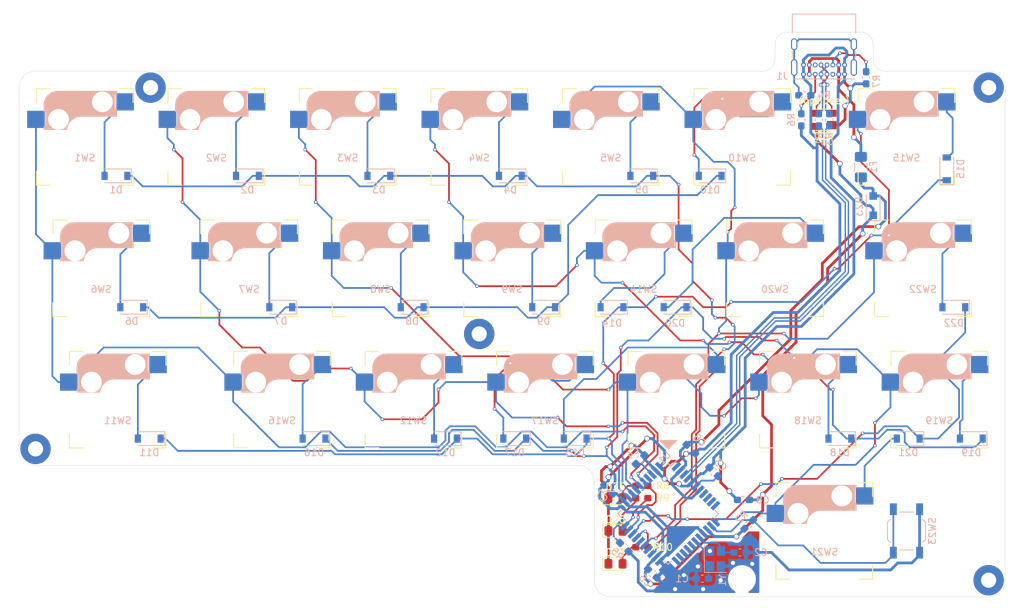
<source format=kicad_pcb>
(kicad_pcb (version 20171130) (host pcbnew 5.1.5)
  (layers (0 F.Cu signal) (31 B.Cu signal) (34 B.Paste user) (35 F.Paste user) (36 B.SilkS user) (37 F.SilkS user) (38 B.Mask user) (39 F.Mask user) (44 Edge.Cuts user))
  (net 0 "")
  (net 1 "Net-(D1-Pad2)")
  (net 2 "Net-(D2-Pad2)")
  (net 3 "Net-(D3-Pad2)")
  (net 4 "Net-(D4-Pad2)")
  (net 5 "Net-(D5-Pad2)")
  (net 6 "Net-(D6-Pad2)")
  (net 7 /row1)
  (net 8 "Net-(D7-Pad2)")
  (net 9 "Net-(D8-Pad2)")
  (net 10 "Net-(D9-Pad2)")
  (net 11 "Net-(D10-Pad2)")
  (net 12 "Net-(D11-Pad2)")
  (net 13 "Net-(D12-Pad2)")
  (net 14 "Net-(D13-Pad2)")
  (net 15 "Net-(D14-Pad2)")
  (net 16 "Net-(D15-Pad2)")
  (net 17 "Net-(D16-Pad2)")
  (net 18 "Net-(D17-Pad2)")
  (net 19 "Net-(D18-Pad2)")
  (net 20 "Net-(D19-Pad2)")
  (net 21 "Net-(D20-Pad2)")
  (net 22 "Net-(D21-Pad2)")
  (net 23 "Net-(D22-Pad2)")
  (net 24 /PF0)
  (net 25 /PF1)
  (net 26 /PF4)
  (net 27 /PF5)
  (net 28 /PF6)
  (net 29 /PF7)
  (net 30 /PC7)
  (net 31 /PC6)
  (net 32 /PB6)
  (net 33 /PB5)
  (net 34 /PB4)
  (net 35 /PD7)
  (net 36 /PD6)
  (net 37 /PD4)
  (net 38 /PD5)
  (net 39 /PD3)
  (net 40 /PD2)
  (net 41 /PD1)
  (net 42 /PD0)
  (net 43 /PB7)
  (net 44 /PB3)
  (net 45 /PB2)
  (net 46 /PB1)
  (net 47 /PB0)
  (net 48 /PE6)
  (net 49 GND)
  (net 50 VCC)
  (net 51 +5V)
  (net 52 "Net-(C1-Pad1)")
  (net 53 "Net-(C2-Pad1)")
  (net 54 "Net-(C3-Pad1)")
  (net 55 "Net-(C4-Pad1)")
  (net 56 /DN)
  (net 57 /DP)
  (net 58 "Net-(F1-Pad2)")
  (net 59 "Net-(J1-PadS1)")
  (net 60 /CC2)
  (net 61 "Net-(J1-PadB8)")
  (net 62 "Net-(J1-PadA8)")
  (net 63 /CC1)
  (net 64 /32u4_DN)
  (net 65 /32u4_DP)
  (net 66 "Net-(R5-Pad1)")
  (net 67 /RESET)
  (net 68 "Net-(D25-Pad2)")
  (net 69 "Net-(D26-Pad2)")
  (net 70 "Net-(D27-Pad2)")
  (module Resistor_SMD:R_0603_1608Metric_Pad1.05x0.95mm_HandSolder (layer F.Cu) (at 171.196 140.462 180)
    (fp_text reference R10 (at -3.048 0) (layer F.SilkS))
    (fp_text value 1k)
    (pad 2 smd roundrect (at 0.875 0 180) (size 1.05 0.95) (layers F.Cu F.Paste F.Mask) (net 70 "Net-(D27-Pad2)"))
    (pad 1 smd roundrect (at -0.875 0 180) (size 1.05 0.95) (layers F.Cu F.Paste F.Mask) (net 33 /PB5))
  )
  (module Resistor_SMD:R_0603_1608Metric_Pad1.05x0.95mm_HandSolder (layer F.Cu) (at 171.196 133.35 180)
    (fp_text reference R9 (at -3.048 0) (layer F.SilkS))
    (fp_text value 1k)
    (pad 2 smd roundrect (at 0.875 0 180) (size 1.05 0.95) (layers F.Cu F.Paste F.Mask) (net 69 "Net-(D26-Pad2)"))
    (pad 1 smd roundrect (at -0.875 0 180) (size 1.05 0.95) (layers F.Cu F.Paste F.Mask) (net 30 /PC7))
  )
  (module Resistor_SMD:R_0603_1608Metric_Pad1.05x0.95mm_HandSolder (layer F.Cu) (at 171.196 131.572 180)
    (fp_text reference R8 (at -3.048 0) (layer F.SilkS))
    (fp_text value 1k)
    (pad 2 smd roundrect (at 0.875 0 180) (size 1.05 0.95) (layers F.Cu F.Paste F.Mask) (net 68 "Net-(D25-Pad2)"))
    (pad 1 smd roundrect (at -0.875 0 180) (size 1.05 0.95) (layers F.Cu F.Paste F.Mask) (net 31 /PC6))
  )
  (module LED_SMD:LED_0805_2012Metric_Pad1.15x1.40mm_HandSolder (layer F.Cu) (at 167.386 142.875)
    (fp_text reference D27 (at 0 -1.65) (layer F.SilkS))
    (fp_text value LED)
    (pad 2 smd roundrect (at 1.025 0) (size 1.15 1.4) (layers F.Cu F.Paste F.Mask) (roundrect_rratio 0.217391) (net 70 "Net-(D27-Pad2)"))
    (pad 1 smd roundrect (at -1.025 0) (size 1.15 1.4) (layers F.Cu F.Paste F.Mask) (roundrect_rratio 0.217391) (net 49 GND))
  )
  (module LED_SMD:LED_0805_2012Metric_Pad1.15x1.40mm_HandSolder (layer F.Cu) (at 167.386 138.1125)
    (fp_text reference D26 (at 0 -1.65) (layer F.SilkS))
    (fp_text value LED)
    (pad 2 smd roundrect (at 1.025 0) (size 1.15 1.4) (layers F.Cu F.Paste F.Mask) (roundrect_rratio 0.217391) (net 69 "Net-(D26-Pad2)"))
    (pad 1 smd roundrect (at -1.025 0) (size 1.15 1.4) (layers F.Cu F.Paste F.Mask) (roundrect_rratio 0.217391) (net 49 GND))
  )
  (module LED_SMD:LED_0805_2012Metric_Pad1.15x1.40mm_HandSolder (layer F.Cu) (at 167.386 133.35)
    (fp_text reference D25 (at 0 -1.65) (layer F.SilkS))
    (fp_text value LED)
    (pad 2 smd roundrect (at 1.025 0) (size 1.15 1.4) (layers F.Cu F.Paste F.Mask) (roundrect_rratio 0.217391) (net 68 "Net-(D25-Pad2)"))
    (pad 1 smd roundrect (at -1.025 0) (size 1.15 1.4) (layers F.Cu F.Paste F.Mask) (roundrect_rratio 0.217391) (net 49 GND))
  )
  (module Button_Switch_SMD:SW_SPST_TL3342 (layer B.Cu) (at 209.55 138.1125 90)
    (fp_text reference SW23 (at 0 3.75 90) (layer B.SilkS) (effects (justify mirror)))
    (fp_text value SW_Push)
    (pad 2 smd rect (at 3.15 -1.9 90) (size 1.7 1) (layers B.Cu B.Paste B.Mask) (net 67 /RESET))
    (pad 2 smd rect (at -3.15 -1.9 90) (size 1.7 1) (layers B.Cu B.Paste B.Mask) (net 67 /RESET))
    (pad 1 smd rect (at 3.15 1.9 90) (size 1.7 1) (layers B.Cu B.Paste B.Mask) (net 49 GND))
    (pad 1 smd rect (at -3.15 1.9 90) (size 1.7 1) (layers B.Cu B.Paste B.Mask) (net 49 GND))
  )
  (module Custom_Footprint:USB_C_Receptacle_GCT_USB4085-reAnchored (layer B.Cu) (at 197.6755 65.786)
    (fp_text reference J1 (at -6.1595 6.35) (layer B.SilkS) (effects (justify mirror)))
    (fp_text value USB_C_Receptacle_USB2.0)
    (pad A1 thru_hole circle (at -3.048 6.096) (size 0.7 0.7) (drill 0.4) (layers *.Cu *.Mask) (net 49 GND))
    (pad A4 thru_hole circle (at -2.198 6.096) (size 0.7 0.7) (drill 0.4) (layers *.Cu *.Mask) (net 58 "Net-(F1-Pad2)"))
    (pad A5 thru_hole circle (at -1.348 6.096) (size 0.7 0.7) (drill 0.4) (layers *.Cu *.Mask) (net 63 /CC1))
    (pad A6 thru_hole circle (at -0.498 6.096) (size 0.7 0.7) (drill 0.4) (layers *.Cu *.Mask) (net 57 /DP))
    (pad A7 thru_hole circle (at 0.352 6.096) (size 0.7 0.7) (drill 0.4) (layers *.Cu *.Mask) (net 56 /DN))
    (pad A8 thru_hole circle (at 1.202 6.096) (size 0.7 0.7) (drill 0.4) (layers *.Cu *.Mask) (net 62 "Net-(J1-PadA8)"))
    (pad A9 thru_hole circle (at 2.052 6.096) (size 0.7 0.7) (drill 0.4) (layers *.Cu *.Mask) (net 58 "Net-(F1-Pad2)"))
    (pad A12 thru_hole circle (at 2.902 6.096) (size 0.7 0.7) (drill 0.4) (layers *.Cu *.Mask) (net 49 GND))
    (pad B9 thru_hole circle (at -2.198 4.746) (size 0.7 0.7) (drill 0.4) (layers *.Cu *.Mask) (net 58 "Net-(F1-Pad2)"))
    (pad B7 thru_hole circle (at -0.498 4.746) (size 0.7 0.7) (drill 0.4) (layers *.Cu *.Mask) (net 56 /DN))
    (pad B8 thru_hole circle (at -1.348 4.746) (size 0.7 0.7) (drill 0.4) (layers *.Cu *.Mask) (net 61 "Net-(J1-PadB8)"))
    (pad B12 thru_hole circle (at -3.048 4.746) (size 0.7 0.7) (drill 0.4) (layers *.Cu *.Mask) (net 49 GND))
    (pad B5 thru_hole circle (at 1.202 4.746) (size 0.7 0.7) (drill 0.4) (layers *.Cu *.Mask) (net 60 /CC2))
    (pad B4 thru_hole circle (at 2.052 4.746) (size 0.7 0.7) (drill 0.4) (layers *.Cu *.Mask) (net 58 "Net-(F1-Pad2)"))
    (pad B1 thru_hole circle (at 2.902 4.746) (size 0.7 0.7) (drill 0.4) (layers *.Cu *.Mask) (net 49 GND))
    (pad B6 thru_hole circle (at 0.352 4.746) (size 0.7 0.7) (drill 0.4) (layers *.Cu *.Mask) (net 57 /DP))
    (pad S1 thru_hole oval (at -4.398 5.116) (size 0.9 2.4) (drill oval 0.6 2.1) (layers *.Cu *.Mask) (net 59 "Net-(J1-PadS1)"))
    (pad S1 thru_hole oval (at 4.252 5.116) (size 0.9 2.4) (drill oval 0.6 2.1) (layers *.Cu *.Mask) (net 59 "Net-(J1-PadS1)"))
    (pad S1 thru_hole oval (at -4.398 1.736) (size 0.9 1.7) (drill oval 0.6 1.4) (layers *.Cu *.Mask) (net 59 "Net-(J1-PadS1)"))
    (pad S1 thru_hole oval (at 4.252 1.736) (size 0.9 1.7) (drill oval 0.6 1.4) (layers *.Cu *.Mask) (net 59 "Net-(J1-PadS1)"))
  )
  (module Crystal:Crystal_SMD_SeikoEpson_FA238-4Pin_3.2x2.5mm (layer B.Cu) (at 181.864 142.113 90)
    (fp_text reference Y1 (at -3.175 1.016 90) (layer B.SilkS) (effects (justify mirror)))
    (fp_text value "FA-238 ")
    (pad 4 smd rect (at -1.1 0.8 90) (size 1.4 1.2) (layers B.Cu B.Paste B.Mask) (net 49 GND))
    (pad 3 smd rect (at 1.1 0.8 90) (size 1.4 1.2) (layers B.Cu B.Paste B.Mask) (net 53 "Net-(C2-Pad1)"))
    (pad 2 smd rect (at 1.1 -0.8 90) (size 1.4 1.2) (layers B.Cu B.Paste B.Mask) (net 49 GND))
    (pad 1 smd rect (at -1.1 -0.8 90) (size 1.4 1.2) (layers B.Cu B.Paste B.Mask) (net 52 "Net-(C1-Pad1)"))
  )
  (module Resistor_SMD:R_0603_1608Metric_Pad1.05x0.95mm_HandSolder (layer B.Cu) (at 203.708 72.39 270)
    (fp_text reference R7 (at 0.508 -1.524 90) (layer B.SilkS) (effects (justify mirror)))
    (fp_text value 5.1k)
    (pad 2 smd roundrect (at 0.875 0 270) (size 1.05 0.95) (layers B.Cu B.Paste B.Mask) (net 49 GND))
    (pad 1 smd roundrect (at -0.875 0 270) (size 1.05 0.95) (layers B.Cu B.Paste B.Mask) (net 60 /CC2))
  )
  (module Resistor_SMD:R_0603_1608Metric_Pad1.05x0.95mm_HandSolder (layer B.Cu) (at 194.31 78.486 270)
    (fp_text reference R6 (at 0 1.43 90) (layer B.SilkS) (effects (justify mirror)))
    (fp_text value 5.1k)
    (pad 2 smd roundrect (at 0.875 0 270) (size 1.05 0.95) (layers B.Cu B.Paste B.Mask) (net 49 GND))
    (pad 1 smd roundrect (at -0.875 0 270) (size 1.05 0.95) (layers B.Cu B.Paste B.Mask) (net 63 /CC1))
  )
  (module Resistor_SMD:R_0603_1608Metric_Pad1.05x0.95mm_HandSolder (layer B.Cu) (at 168.656 140.462 315)
    (fp_text reference R5 (at 0 1.43 135) (layer B.SilkS) (effects (justify mirror)))
    (fp_text value 10k)
    (pad 2 smd roundrect (at 0.875 0 315) (size 1.05 0.95) (layers B.Cu B.Paste B.Mask) (net 49 GND))
    (pad 1 smd roundrect (at -0.875 0 315) (size 1.05 0.95) (layers B.Cu B.Paste B.Mask) (net 66 "Net-(R5-Pad1)"))
  )
  (module Resistor_SMD:R_0603_1608Metric_Pad1.05x0.95mm_HandSolder (layer B.Cu) (at 194.818 74.93)
    (fp_text reference R4 (at 2.794 0) (layer B.SilkS) (effects (justify mirror)))
    (fp_text value 1M)
    (pad 2 smd roundrect (at 0.875 0) (size 1.05 0.95) (layers B.Cu B.Paste B.Mask) (net 49 GND))
    (pad 1 smd roundrect (at -0.875 0) (size 1.05 0.95) (layers B.Cu B.Paste B.Mask) (net 59 "Net-(J1-PadS1)"))
  )
  (module Resistor_SMD:R_0603_1608Metric_Pad1.05x0.95mm_HandSolder (layer B.Cu) (at 198.374 78.486 90)
    (fp_text reference R3 (at -2.794 0 90) (layer B.SilkS) (effects (justify mirror)))
    (fp_text value 22)
    (pad 2 smd roundrect (at 0.875 0 90) (size 1.05 0.95) (layers B.Cu B.Paste B.Mask) (net 57 /DP))
    (pad 1 smd roundrect (at -0.875 0 90) (size 1.05 0.95) (layers B.Cu B.Paste B.Mask) (net 65 /32u4_DP))
  )
  (module Resistor_SMD:R_0603_1608Metric_Pad1.05x0.95mm_HandSolder (layer B.Cu) (at 186.69 137.16 45)
    (fp_text reference R2 (at 0 -1.436841 45) (layer B.SilkS) (effects (justify mirror)))
    (fp_text value 10k)
    (pad 2 smd roundrect (at 0.875 0 45) (size 1.05 0.95) (layers B.Cu B.Paste B.Mask) (net 67 /RESET))
    (pad 1 smd roundrect (at -0.875 0 45) (size 1.05 0.95) (layers B.Cu B.Paste B.Mask) (net 50 VCC))
  )
  (module Resistor_SMD:R_0603_1608Metric_Pad1.05x0.95mm_HandSolder (layer B.Cu) (at 196.85 78.486 90)
    (fp_text reference R1 (at -2.794 0 90) (layer B.SilkS) (effects (justify mirror)))
    (fp_text value 22)
    (pad 2 smd roundrect (at 0.875 0 90) (size 1.05 0.95) (layers B.Cu B.Paste B.Mask) (net 56 /DN))
    (pad 1 smd roundrect (at -0.875 0 90) (size 1.05 0.95) (layers B.Cu B.Paste B.Mask) (net 64 /32u4_DN))
  )
  (module Fuse:Fuse_1206_3216Metric_Pad1.42x1.75mm_HandSolder (layer B.Cu) (at 202.946 85.344 90)
    (fp_text reference F1 (at 0 1.82 90) (layer B.SilkS) (effects (justify mirror)))
    (fp_text value Fuse)
    (pad 2 smd roundrect (at 1.4875 0 90) (size 1.425 1.75) (layers B.Cu B.Paste B.Mask) (roundrect_rratio 0.175439) (net 58 "Net-(F1-Pad2)"))
    (pad 1 smd roundrect (at -1.4875 0 90) (size 1.425 1.75) (layers B.Cu B.Paste B.Mask) (roundrect_rratio 0.175439) (net 51 +5V))
  )
  (module Package_TO_SOT_SMD:SOT-143 (layer F.Cu) (at 197.612 78.486 180)
    (fp_text reference D24 (at 0.02 -2.38 180) (layer F.SilkS))
    (fp_text value PRTR5V0U2X)
    (pad 4 smd rect (at 1.1 -0.95 90) (size 1 1.4) (layers F.Cu F.Paste F.Mask) (net 50 VCC))
    (pad 3 smd rect (at 1.1 0.95 90) (size 1 1.4) (layers F.Cu F.Paste F.Mask) (net 56 /DN))
    (pad 2 smd rect (at -1.1 0.95 90) (size 1 1.4) (layers F.Cu F.Paste F.Mask) (net 57 /DP))
    (pad 1 smd rect (at -1.1 -0.77 90) (size 1.2 1.4) (layers F.Cu F.Paste F.Mask) (net 49 GND))
  )
  (module Diode_SMD:D_SOD-123F (layer B.Cu) (at 204.724 90.932 90)
    (fp_text reference D23 (at -0.127 -2.032 90) (layer B.SilkS) (effects (justify mirror)))
    (fp_text value RB160-MM-30TR)
    (pad 2 smd rect (at 1.4 0 90) (size 1.1 1.1) (layers B.Cu B.Paste B.Mask) (net 51 +5V))
    (pad 1 smd rect (at -1.4 0 90) (size 1.1 1.1) (layers B.Cu B.Paste B.Mask) (net 50 VCC))
  )
  (module Capacitor_SMD:C_0603_1608Metric_Pad1.05x0.95mm_HandSolder (layer B.Cu) (at 185.928 133.604 180)
    (fp_text reference C8 (at -2.794 0) (layer B.SilkS) (effects (justify mirror)))
    (fp_text value 0.1uF)
    (pad 2 smd roundrect (at 0.875 0 180) (size 1.05 0.95) (layers B.Cu B.Paste B.Mask) (net 49 GND))
    (pad 1 smd roundrect (at -0.875 0 180) (size 1.05 0.95) (layers B.Cu B.Paste B.Mask) (net 50 VCC))
  )
  (module Capacitor_SMD:C_0603_1608Metric_Pad1.05x0.95mm_HandSolder (layer B.Cu) (at 166.37 132.08 315)
    (fp_text reference C7 (at 0 1.43 135) (layer B.SilkS) (effects (justify mirror)))
    (fp_text value 0.1uF)
    (pad 2 smd roundrect (at 0.875 0 315) (size 1.05 0.95) (layers B.Cu B.Paste B.Mask) (net 49 GND))
    (pad 1 smd roundrect (at -0.875 0 315) (size 1.05 0.95) (layers B.Cu B.Paste B.Mask) (net 50 VCC))
  )
  (module Capacitor_SMD:C_0603_1608Metric_Pad1.05x0.95mm_HandSolder (layer B.Cu) (at 178.308 126.238 315)
    (fp_text reference C6 (at 0 -1.796051 135) (layer B.SilkS) (effects (justify mirror)))
    (fp_text value 1uF)
    (pad 2 smd roundrect (at 0.875 0 315) (size 1.05 0.95) (layers B.Cu B.Paste B.Mask) (net 49 GND))
    (pad 1 smd roundrect (at -0.875 0 315) (size 1.05 0.95) (layers B.Cu B.Paste B.Mask) (net 51 +5V))
  )
  (module Capacitor_SMD:C_0603_1608Metric_Pad1.05x0.95mm_HandSolder (layer B.Cu) (at 172.72 144.272 315)
    (fp_text reference C5 (at 0 1.43 135) (layer B.SilkS) (effects (justify mirror)))
    (fp_text value 1uF)
    (pad 2 smd roundrect (at 0.875 0 315) (size 1.05 0.95) (layers B.Cu B.Paste B.Mask) (net 49 GND))
    (pad 1 smd roundrect (at -0.875 0 315) (size 1.05 0.95) (layers B.Cu B.Paste B.Mask) (net 50 VCC))
  )
  (module Capacitor_SMD:C_0603_1608Metric_Pad1.05x0.95mm_HandSolder (layer B.Cu) (at 170.942 127.762 45)
    (fp_text reference C4 (at 0 -1.436841 45) (layer B.SilkS) (effects (justify mirror)))
    (fp_text value 0.1uF)
    (pad 2 smd roundrect (at 0.875 0 45) (size 1.05 0.95) (layers B.Cu B.Paste B.Mask) (net 49 GND))
    (pad 1 smd roundrect (at -0.875 0 45) (size 1.05 0.95) (layers B.Cu B.Paste B.Mask) (net 55 "Net-(C4-Pad1)"))
  )
  (module Capacitor_SMD:C_0603_1608Metric_Pad1.05x0.95mm_HandSolder (layer B.Cu) (at 181.61 129.54 135)
    (fp_text reference C3 (at 0 1.43 135) (layer B.SilkS) (effects (justify mirror)))
    (fp_text value 1uF)
    (pad 2 smd roundrect (at 0.875 0 135) (size 1.05 0.95) (layers B.Cu B.Paste B.Mask) (net 49 GND))
    (pad 1 smd roundrect (at -0.875 0 135) (size 1.05 0.95) (layers B.Cu B.Paste B.Mask) (net 54 "Net-(C3-Pad1)"))
  )
  (module Capacitor_SMD:C_0603_1608Metric_Pad1.05x0.95mm_HandSolder (layer B.Cu) (at 185.42 141.224)
    (fp_text reference C2 (at 3.048 0) (layer B.SilkS) (effects (justify mirror)))
    (fp_text value 22pF)
    (pad 2 smd roundrect (at 0.875 0) (size 1.05 0.95) (layers B.Cu B.Paste B.Mask) (net 49 GND))
    (pad 1 smd roundrect (at -0.875 0) (size 1.05 0.95) (layers B.Cu B.Paste B.Mask) (net 53 "Net-(C2-Pad1)"))
  )
  (module Capacitor_SMD:C_0603_1608Metric_Pad1.05x0.95mm_HandSolder (layer B.Cu) (at 179.973001 145.034 180)
    (fp_text reference C1 (at 2.935001 0) (layer B.SilkS) (effects (justify mirror)))
    (fp_text value 22pF)
    (pad 2 smd roundrect (at 0.875 0 180) (size 1.05 0.95) (layers B.Cu B.Paste B.Mask) (net 49 GND))
    (pad 1 smd roundrect (at -0.875 0 180) (size 1.05 0.95) (layers B.Cu B.Paste B.Mask) (net 52 "Net-(C1-Pad1)"))
  )
  (module Custom_Footprint:MountingHole_2.2mm_M2_Pad-noREFs (layer F.Cu) (at 147.6375 109.5375)
    (fp_text reference H4 hide)
    (fp_text value MountingHole)
    (pad 1 thru_hole circle (at 0 0) (size 4.4 4.4) (drill 2.2) (layers *.Cu *.Mask))
  )
  (module Custom_Footprint:MountingHole_2.2mm_M2_Pad-noREFs (layer F.Cu) (at 221.45625 145.25625)
    (fp_text reference H5 hide)
    (fp_text value MountingHole)
    (pad 1 thru_hole circle (at 0 0) (size 4.4 4.4) (drill 2.2) (layers *.Cu *.Mask))
  )
  (module Custom_Footprint:MountingHole_2.2mm_M2_Pad-noREFs (layer F.Cu) (at 83.34375 126.20625)
    (fp_text reference H3 hide)
    (fp_text value MountingHole)
    (pad 1 thru_hole circle (at 0 0) (size 4.4 4.4) (drill 2.2) (layers *.Cu *.Mask))
  )
  (module Custom_Footprint:MountingHole_2.2mm_M2_Pad-noREFs (layer F.Cu) (at 221.45625 73.81875)
    (fp_text reference H2 hide)
    (fp_text value MountingHole)
    (pad 1 thru_hole circle (at 0 0) (size 4.4 4.4) (drill 2.2) (layers *.Cu *.Mask))
  )
  (module Custom_Footprint:MountingHole_2.2mm_M2_Pad-noREFs (layer F.Cu) (at 100.0125 73.81875)
    (fp_text reference H1 hide)
    (fp_text value MountingHole)
    (pad 1 thru_hole circle (at 0 0) (size 4.4 4.4) (drill 2.2) (layers *.Cu *.Mask))
  )
  (module Package_QFP:TQFP-44_10x10mm_P0.8mm (layer B.Cu) (at 175.006 135.636 225)
    (fp_text reference U1 (at -5.388154 6.106574 45) (layer B.SilkS) (effects (justify mirror)))
    (fp_text value ATmega32U4-AU)
    (pad 44 smd rect (at -4 5.7 135) (size 1.5 0.55) (layers B.Cu B.Paste B.Mask) (net 50 VCC))
    (pad 43 smd rect (at -3.2 5.7 135) (size 1.5 0.55) (layers B.Cu B.Paste B.Mask) (net 49 GND))
    (pad 42 smd rect (at -2.4 5.7 135) (size 1.5 0.55) (layers B.Cu B.Paste B.Mask) (net 55 "Net-(C4-Pad1)"))
    (pad 41 smd rect (at -1.6 5.7 135) (size 1.5 0.55) (layers B.Cu B.Paste B.Mask) (net 24 /PF0))
    (pad 40 smd rect (at -0.8 5.7 135) (size 1.5 0.55) (layers B.Cu B.Paste B.Mask) (net 25 /PF1))
    (pad 39 smd rect (at 0 5.7 135) (size 1.5 0.55) (layers B.Cu B.Paste B.Mask) (net 26 /PF4))
    (pad 38 smd rect (at 0.8 5.7 135) (size 1.5 0.55) (layers B.Cu B.Paste B.Mask) (net 27 /PF5))
    (pad 37 smd rect (at 1.6 5.7 135) (size 1.5 0.55) (layers B.Cu B.Paste B.Mask) (net 28 /PF6))
    (pad 36 smd rect (at 2.4 5.7 135) (size 1.5 0.55) (layers B.Cu B.Paste B.Mask) (net 29 /PF7))
    (pad 35 smd rect (at 3.2 5.7 135) (size 1.5 0.55) (layers B.Cu B.Paste B.Mask) (net 49 GND))
    (pad 34 smd rect (at 4 5.7 135) (size 1.5 0.55) (layers B.Cu B.Paste B.Mask) (net 50 VCC))
    (pad 33 smd rect (at 5.7 4 225) (size 1.5 0.55) (layers B.Cu B.Paste B.Mask) (net 66 "Net-(R5-Pad1)"))
    (pad 32 smd rect (at 5.7 3.2 225) (size 1.5 0.55) (layers B.Cu B.Paste B.Mask) (net 30 /PC7))
    (pad 31 smd rect (at 5.7 2.4 225) (size 1.5 0.55) (layers B.Cu B.Paste B.Mask) (net 31 /PC6))
    (pad 30 smd rect (at 5.7 1.6 225) (size 1.5 0.55) (layers B.Cu B.Paste B.Mask) (net 32 /PB6))
    (pad 29 smd rect (at 5.7 0.8 225) (size 1.5 0.55) (layers B.Cu B.Paste B.Mask) (net 33 /PB5))
    (pad 28 smd rect (at 5.7 0 225) (size 1.5 0.55) (layers B.Cu B.Paste B.Mask) (net 34 /PB4))
    (pad 27 smd rect (at 5.7 -0.8 225) (size 1.5 0.55) (layers B.Cu B.Paste B.Mask) (net 35 /PD7))
    (pad 26 smd rect (at 5.7 -1.6 225) (size 1.5 0.55) (layers B.Cu B.Paste B.Mask) (net 36 /PD6))
    (pad 25 smd rect (at 5.7 -2.4 225) (size 1.5 0.55) (layers B.Cu B.Paste B.Mask) (net 37 /PD4))
    (pad 24 smd rect (at 5.7 -3.2 225) (size 1.5 0.55) (layers B.Cu B.Paste B.Mask) (net 50 VCC))
    (pad 23 smd rect (at 5.7 -4 225) (size 1.5 0.55) (layers B.Cu B.Paste B.Mask) (net 49 GND))
    (pad 22 smd rect (at 4 -5.7 135) (size 1.5 0.55) (layers B.Cu B.Paste B.Mask) (net 38 /PD5))
    (pad 21 smd rect (at 3.2 -5.7 135) (size 1.5 0.55) (layers B.Cu B.Paste B.Mask) (net 39 /PD3))
    (pad 20 smd rect (at 2.4 -5.7 135) (size 1.5 0.55) (layers B.Cu B.Paste B.Mask) (net 40 /PD2))
    (pad 19 smd rect (at 1.6 -5.7 135) (size 1.5 0.55) (layers B.Cu B.Paste B.Mask) (net 41 /PD1))
    (pad 18 smd rect (at 0.8 -5.7 135) (size 1.5 0.55) (layers B.Cu B.Paste B.Mask) (net 42 /PD0))
    (pad 17 smd rect (at 0 -5.7 135) (size 1.5 0.55) (layers B.Cu B.Paste B.Mask) (net 52 "Net-(C1-Pad1)"))
    (pad 16 smd rect (at -0.8 -5.7 135) (size 1.5 0.55) (layers B.Cu B.Paste B.Mask) (net 53 "Net-(C2-Pad1)"))
    (pad 15 smd rect (at -1.6 -5.7 135) (size 1.5 0.55) (layers B.Cu B.Paste B.Mask) (net 49 GND))
    (pad 14 smd rect (at -2.4 -5.7 135) (size 1.5 0.55) (layers B.Cu B.Paste B.Mask) (net 50 VCC))
    (pad 13 smd rect (at -3.2 -5.7 135) (size 1.5 0.55) (layers B.Cu B.Paste B.Mask) (net 67 /RESET))
    (pad 12 smd rect (at -4 -5.7 135) (size 1.5 0.55) (layers B.Cu B.Paste B.Mask) (net 43 /PB7))
    (pad 11 smd rect (at -5.7 -4 225) (size 1.5 0.55) (layers B.Cu B.Paste B.Mask) (net 44 /PB3))
    (pad 10 smd rect (at -5.7 -3.2 225) (size 1.5 0.55) (layers B.Cu B.Paste B.Mask) (net 45 /PB2))
    (pad 9 smd rect (at -5.7 -2.4 225) (size 1.5 0.55) (layers B.Cu B.Paste B.Mask) (net 46 /PB1))
    (pad 8 smd rect (at -5.7 -1.6 225) (size 1.5 0.55) (layers B.Cu B.Paste B.Mask) (net 47 /PB0))
    (pad 7 smd rect (at -5.7 -0.8 225) (size 1.5 0.55) (layers B.Cu B.Paste B.Mask) (net 51 +5V))
    (pad 6 smd rect (at -5.7 0 225) (size 1.5 0.55) (layers B.Cu B.Paste B.Mask) (net 54 "Net-(C3-Pad1)"))
    (pad 5 smd rect (at -5.7 0.8 225) (size 1.5 0.55) (layers B.Cu B.Paste B.Mask) (net 49 GND))
    (pad 4 smd rect (at -5.7 1.6 225) (size 1.5 0.55) (layers B.Cu B.Paste B.Mask) (net 65 /32u4_DP))
    (pad 3 smd rect (at -5.7 2.4 225) (size 1.5 0.55) (layers B.Cu B.Paste B.Mask) (net 64 /32u4_DN))
    (pad 2 smd rect (at -5.7 3.2 225) (size 1.5 0.55) (layers B.Cu B.Paste B.Mask) (net 51 +5V))
    (pad 1 smd rect (at -5.7 4 225) (size 1.5 0.55) (layers B.Cu B.Paste B.Mask) (net 48 /PE6))
  )
  (module Custom_Footprint:MXOnly-1.25U-Hotswap (layer F.Cu) (at 211.93125 100.0125)
    (fp_text reference SW22)
    (fp_text value SW_Push)
    (fp_text user %R (at 0 3.048) (layer B.SilkS) (effects (justify mirror)))
    (pad "" np_thru_hole circle (at -3.81 -2.54) (size 3 3) (drill 3) (layers *.Cu *.Mask))
    (pad "" np_thru_hole circle (at 2.54 -5.08) (size 3 3) (drill 3) (layers *.Cu *.Mask))
    (pad 2 smd rect (at 5.842 -5.08) (size 2.55 2.5) (layers B.Cu B.Paste B.Mask) (net 23 "Net-(D22-Pad2)"))
    (pad 1 smd rect (at -7.085 -2.54) (size 2.55 2.5) (layers B.Cu B.Paste B.Mask) (net 35 /PD7))
    (pad "" np_thru_hole circle (at 5.08 0 48.0996) (size 1.75 1.75) (drill 1.75) (layers *.Cu *.Mask))
    (pad "" np_thru_hole circle (at -5.08 0 48.0996) (size 1.75 1.75) (drill 1.75) (layers *.Cu *.Mask))
    (pad "" np_thru_hole circle (at -3.81 -2.54) (size 3 3) (drill 3) (layers *.Cu *.Mask))
    (pad "" np_thru_hole circle (at 0 0) (size 3.9878 3.9878) (drill 3.9878) (layers *.Cu *.Mask))
    (pad "" np_thru_hole circle (at 2.54 -5.08) (size 3 3) (drill 3) (layers *.Cu *.Mask))
  )
  (module Custom_Footprint:MXOnly-2.75U-Hotswap-ReversedStabilizers (layer F.Cu) (at 197.64375 138.1125)
    (fp_text reference SW21)
    (fp_text value SW_Push)
    (fp_text user %R (at 0 3.048) (layer B.SilkS) (effects (justify mirror)))
    (pad "" np_thru_hole circle (at -3.81 -2.54) (size 3 3) (drill 3) (layers *.Cu *.Mask))
    (pad "" np_thru_hole circle (at 2.54 -5.08) (size 3 3) (drill 3) (layers *.Cu *.Mask))
    (pad "" np_thru_hole circle (at -11.938 -8.255) (size 3.9878 3.9878) (drill 3.9878) (layers *.Cu *.Mask))
    (pad "" np_thru_hole circle (at 11.938 -8.255) (size 3.9878 3.9878) (drill 3.9878) (layers *.Cu *.Mask))
    (pad "" np_thru_hole circle (at -11.938 6.985) (size 3.048 3.048) (drill 3.048) (layers *.Cu *.Mask))
    (pad "" np_thru_hole circle (at 11.938 6.985) (size 3.048 3.048) (drill 3.048) (layers *.Cu *.Mask))
    (pad 2 smd rect (at 5.842 -5.08) (size 2.55 2.5) (layers B.Cu B.Paste B.Mask) (net 22 "Net-(D21-Pad2)"))
    (pad 1 smd rect (at -7.085 -2.54) (size 2.55 2.5) (layers B.Cu B.Paste B.Mask) (net 43 /PB7))
    (pad "" np_thru_hole circle (at 5.08 0 48.0996) (size 1.75 1.75) (drill 1.75) (layers *.Cu *.Mask))
    (pad "" np_thru_hole circle (at -5.08 0 48.0996) (size 1.75 1.75) (drill 1.75) (layers *.Cu *.Mask))
    (pad "" np_thru_hole circle (at -3.81 -2.54) (size 3 3) (drill 3) (layers *.Cu *.Mask))
    (pad "" np_thru_hole circle (at 0 0) (size 3.9878 3.9878) (drill 3.9878) (layers *.Cu *.Mask))
    (pad "" np_thru_hole circle (at 2.54 -5.08) (size 3 3) (drill 3) (layers *.Cu *.Mask))
  )
  (module Custom_Footprint:MXOnly-1U-Hotswap (layer F.Cu) (at 190.5 100.0125)
    (fp_text reference SW20)
    (fp_text value SW_Push)
    (fp_text user %R (at 0 3.048) (layer B.SilkS) (effects (justify mirror)))
    (pad 2 smd rect (at 5.842 -5.08) (size 2.55 2.5) (layers B.Cu B.Paste B.Mask) (net 21 "Net-(D20-Pad2)"))
    (pad 1 smd rect (at -7.085 -2.54) (size 2.55 2.5) (layers B.Cu B.Paste B.Mask) (net 35 /PD7))
    (pad "" np_thru_hole circle (at 5.08 0 48.0996) (size 1.75 1.75) (drill 1.75) (layers *.Cu *.Mask))
    (pad "" np_thru_hole circle (at -5.08 0 48.0996) (size 1.75 1.75) (drill 1.75) (layers *.Cu *.Mask))
    (pad "" np_thru_hole circle (at -3.81 -2.54) (size 3 3) (drill 3) (layers *.Cu *.Mask))
    (pad "" np_thru_hole circle (at 0 0) (size 3.9878 3.9878) (drill 3.9878) (layers *.Cu *.Mask))
    (pad "" np_thru_hole circle (at 2.54 -5.08) (size 3 3) (drill 3) (layers *.Cu *.Mask))
  )
  (module Custom_Footprint:MXOnly-1U-Hotswap (layer F.Cu) (at 214.3125 119.0625)
    (fp_text reference SW19)
    (fp_text value SW_Push)
    (fp_text user %R (at 0 3.048) (layer B.SilkS) (effects (justify mirror)))
    (pad 2 smd rect (at 5.842 -5.08) (size 2.55 2.5) (layers B.Cu B.Paste B.Mask) (net 20 "Net-(D19-Pad2)"))
    (pad 1 smd rect (at -7.085 -2.54) (size 2.55 2.5) (layers B.Cu B.Paste B.Mask) (net 43 /PB7))
    (pad "" np_thru_hole circle (at 5.08 0 48.0996) (size 1.75 1.75) (drill 1.75) (layers *.Cu *.Mask))
    (pad "" np_thru_hole circle (at -5.08 0 48.0996) (size 1.75 1.75) (drill 1.75) (layers *.Cu *.Mask))
    (pad "" np_thru_hole circle (at -3.81 -2.54) (size 3 3) (drill 3) (layers *.Cu *.Mask))
    (pad "" np_thru_hole circle (at 0 0) (size 3.9878 3.9878) (drill 3.9878) (layers *.Cu *.Mask))
    (pad "" np_thru_hole circle (at 2.54 -5.08) (size 3 3) (drill 3) (layers *.Cu *.Mask))
  )
  (module Custom_Footprint:MXOnly-1U-Hotswap (layer F.Cu) (at 195.2625 119.0625)
    (fp_text reference SW18)
    (fp_text value SW_Push)
    (fp_text user %R (at 0 3.048) (layer B.SilkS) (effects (justify mirror)))
    (pad 2 smd rect (at 5.842 -5.08) (size 2.55 2.5) (layers B.Cu B.Paste B.Mask) (net 19 "Net-(D18-Pad2)"))
    (pad 1 smd rect (at -7.085 -2.54) (size 2.55 2.5) (layers B.Cu B.Paste B.Mask) (net 27 /PF5))
    (pad "" np_thru_hole circle (at 5.08 0 48.0996) (size 1.75 1.75) (drill 1.75) (layers *.Cu *.Mask))
    (pad "" np_thru_hole circle (at -5.08 0 48.0996) (size 1.75 1.75) (drill 1.75) (layers *.Cu *.Mask))
    (pad "" np_thru_hole circle (at -3.81 -2.54) (size 3 3) (drill 3) (layers *.Cu *.Mask))
    (pad "" np_thru_hole circle (at 0 0) (size 3.9878 3.9878) (drill 3.9878) (layers *.Cu *.Mask))
    (pad "" np_thru_hole circle (at 2.54 -5.08) (size 3 3) (drill 3) (layers *.Cu *.Mask))
  )
  (module Custom_Footprint:MXOnly-1U-Hotswap (layer F.Cu) (at 157.1625 119.0625)
    (fp_text reference SW17)
    (fp_text value SW_Push)
    (fp_text user %R (at 0 3.048) (layer B.SilkS) (effects (justify mirror)))
    (pad 2 smd rect (at 5.842 -5.08) (size 2.55 2.5) (layers B.Cu B.Paste B.Mask) (net 18 "Net-(D17-Pad2)"))
    (pad 1 smd rect (at -7.085 -2.54) (size 2.55 2.5) (layers B.Cu B.Paste B.Mask) (net 25 /PF1))
    (pad "" np_thru_hole circle (at 5.08 0 48.0996) (size 1.75 1.75) (drill 1.75) (layers *.Cu *.Mask))
    (pad "" np_thru_hole circle (at -5.08 0 48.0996) (size 1.75 1.75) (drill 1.75) (layers *.Cu *.Mask))
    (pad "" np_thru_hole circle (at -3.81 -2.54) (size 3 3) (drill 3) (layers *.Cu *.Mask))
    (pad "" np_thru_hole circle (at 0 0) (size 3.9878 3.9878) (drill 3.9878) (layers *.Cu *.Mask))
    (pad "" np_thru_hole circle (at 2.54 -5.08) (size 3 3) (drill 3) (layers *.Cu *.Mask))
  )
  (module Custom_Footprint:MXOnly-1U-Hotswap (layer F.Cu) (at 119.0625 119.0625)
    (fp_text reference SW16)
    (fp_text value SW_Push)
    (fp_text user %R (at 0 3.048) (layer B.SilkS) (effects (justify mirror)))
    (pad 2 smd rect (at 5.842 -5.08) (size 2.55 2.5) (layers B.Cu B.Paste B.Mask) (net 17 "Net-(D16-Pad2)"))
    (pad 1 smd rect (at -7.085 -2.54) (size 2.55 2.5) (layers B.Cu B.Paste B.Mask) (net 26 /PF4))
    (pad "" np_thru_hole circle (at 5.08 0 48.0996) (size 1.75 1.75) (drill 1.75) (layers *.Cu *.Mask))
    (pad "" np_thru_hole circle (at -5.08 0 48.0996) (size 1.75 1.75) (drill 1.75) (layers *.Cu *.Mask))
    (pad "" np_thru_hole circle (at -3.81 -2.54) (size 3 3) (drill 3) (layers *.Cu *.Mask))
    (pad "" np_thru_hole circle (at 0 0) (size 3.9878 3.9878) (drill 3.9878) (layers *.Cu *.Mask))
    (pad "" np_thru_hole circle (at 2.54 -5.08) (size 3 3) (drill 3) (layers *.Cu *.Mask))
  )
  (module Custom_Footprint:MXOnly-1.5U-Hotswap (layer F.Cu) (at 209.55 80.9625)
    (fp_text reference SW15)
    (fp_text value SW_Push)
    (fp_text user %R (at 0 3.048) (layer B.SilkS) (effects (justify mirror)))
    (pad 2 smd rect (at 5.842 -5.08) (size 2.55 2.5) (layers B.Cu B.Paste B.Mask) (net 16 "Net-(D15-Pad2)"))
    (pad 1 smd rect (at -7.085 -2.54) (size 2.55 2.5) (layers B.Cu B.Paste B.Mask) (net 35 /PD7))
    (pad "" np_thru_hole circle (at 5.08 0 48.0996) (size 1.75 1.75) (drill 1.75) (layers *.Cu *.Mask))
    (pad "" np_thru_hole circle (at -5.08 0 48.0996) (size 1.75 1.75) (drill 1.75) (layers *.Cu *.Mask))
    (pad "" np_thru_hole circle (at -3.81 -2.54) (size 3 3) (drill 3) (layers *.Cu *.Mask))
    (pad "" np_thru_hole circle (at 0 0) (size 3.9878 3.9878) (drill 3.9878) (layers *.Cu *.Mask))
    (pad "" np_thru_hole circle (at 2.54 -5.08) (size 3 3) (drill 3) (layers *.Cu *.Mask))
  )
  (module Custom_Footprint:MXOnly-1U-Hotswap (layer F.Cu) (at 171.45 100.0125)
    (fp_text reference SW14)
    (fp_text value SW_Push)
    (fp_text user %R (at 0 3.048) (layer B.SilkS) (effects (justify mirror)))
    (pad 2 smd rect (at 5.842 -5.08) (size 2.55 2.5) (layers B.Cu B.Paste B.Mask) (net 15 "Net-(D14-Pad2)"))
    (pad 1 smd rect (at -7.085 -2.54) (size 2.55 2.5) (layers B.Cu B.Paste B.Mask) (net 43 /PB7))
    (pad "" np_thru_hole circle (at 5.08 0 48.0996) (size 1.75 1.75) (drill 1.75) (layers *.Cu *.Mask))
    (pad "" np_thru_hole circle (at -5.08 0 48.0996) (size 1.75 1.75) (drill 1.75) (layers *.Cu *.Mask))
    (pad "" np_thru_hole circle (at -3.81 -2.54) (size 3 3) (drill 3) (layers *.Cu *.Mask))
    (pad "" np_thru_hole circle (at 0 0) (size 3.9878 3.9878) (drill 3.9878) (layers *.Cu *.Mask))
    (pad "" np_thru_hole circle (at 2.54 -5.08) (size 3 3) (drill 3) (layers *.Cu *.Mask))
  )
  (module Custom_Footprint:MXOnly-1U-Hotswap (layer F.Cu) (at 176.2125 119.0625)
    (fp_text reference SW13)
    (fp_text value SW_Push)
    (fp_text user %R (at 0 3.048) (layer B.SilkS) (effects (justify mirror)))
    (pad 2 smd rect (at 5.842 -5.08) (size 2.55 2.5) (layers B.Cu B.Paste B.Mask) (net 14 "Net-(D13-Pad2)"))
    (pad 1 smd rect (at -7.085 -2.54) (size 2.55 2.5) (layers B.Cu B.Paste B.Mask) (net 27 /PF5))
    (pad "" np_thru_hole circle (at 5.08 0 48.0996) (size 1.75 1.75) (drill 1.75) (layers *.Cu *.Mask))
    (pad "" np_thru_hole circle (at -5.08 0 48.0996) (size 1.75 1.75) (drill 1.75) (layers *.Cu *.Mask))
    (pad "" np_thru_hole circle (at -3.81 -2.54) (size 3 3) (drill 3) (layers *.Cu *.Mask))
    (pad "" np_thru_hole circle (at 0 0) (size 3.9878 3.9878) (drill 3.9878) (layers *.Cu *.Mask))
    (pad "" np_thru_hole circle (at 2.54 -5.08) (size 3 3) (drill 3) (layers *.Cu *.Mask))
  )
  (module Custom_Footprint:MXOnly-1U-Hotswap (layer F.Cu) (at 138.1125 119.0625)
    (fp_text reference SW12)
    (fp_text value SW_Push)
    (fp_text user %R (at 0 3.048) (layer B.SilkS) (effects (justify mirror)))
    (pad 2 smd rect (at 5.842 -5.08) (size 2.55 2.5) (layers B.Cu B.Paste B.Mask) (net 13 "Net-(D12-Pad2)"))
    (pad 1 smd rect (at -7.085 -2.54) (size 2.55 2.5) (layers B.Cu B.Paste B.Mask) (net 25 /PF1))
    (pad "" np_thru_hole circle (at 5.08 0 48.0996) (size 1.75 1.75) (drill 1.75) (layers *.Cu *.Mask))
    (pad "" np_thru_hole circle (at -5.08 0 48.0996) (size 1.75 1.75) (drill 1.75) (layers *.Cu *.Mask))
    (pad "" np_thru_hole circle (at -3.81 -2.54) (size 3 3) (drill 3) (layers *.Cu *.Mask))
    (pad "" np_thru_hole circle (at 0 0) (size 3.9878 3.9878) (drill 3.9878) (layers *.Cu *.Mask))
    (pad "" np_thru_hole circle (at 2.54 -5.08) (size 3 3) (drill 3) (layers *.Cu *.Mask))
  )
  (module Custom_Footprint:MXOnly-1.5U-Hotswap (layer F.Cu) (at 95.25 119.0625)
    (fp_text reference SW11)
    (fp_text value SW_Push)
    (fp_text user %R (at 0 3.048) (layer B.SilkS) (effects (justify mirror)))
    (pad 2 smd rect (at 5.842 -5.08) (size 2.55 2.5) (layers B.Cu B.Paste B.Mask) (net 12 "Net-(D11-Pad2)"))
    (pad 1 smd rect (at -7.085 -2.54) (size 2.55 2.5) (layers B.Cu B.Paste B.Mask) (net 26 /PF4))
    (pad "" np_thru_hole circle (at 5.08 0 48.0996) (size 1.75 1.75) (drill 1.75) (layers *.Cu *.Mask))
    (pad "" np_thru_hole circle (at -5.08 0 48.0996) (size 1.75 1.75) (drill 1.75) (layers *.Cu *.Mask))
    (pad "" np_thru_hole circle (at -3.81 -2.54) (size 3 3) (drill 3) (layers *.Cu *.Mask))
    (pad "" np_thru_hole circle (at 0 0) (size 3.9878 3.9878) (drill 3.9878) (layers *.Cu *.Mask))
    (pad "" np_thru_hole circle (at 2.54 -5.08) (size 3 3) (drill 3) (layers *.Cu *.Mask))
  )
  (module Custom_Footprint:MXOnly-1U-Hotswap (layer F.Cu) (at 185.7375 80.9625)
    (fp_text reference SW10)
    (fp_text value SW_Push)
    (fp_text user %R (at 0 3.048) (layer B.SilkS) (effects (justify mirror)))
    (pad 2 smd rect (at 5.842 -5.08) (size 2.55 2.5) (layers B.Cu B.Paste B.Mask) (net 11 "Net-(D10-Pad2)"))
    (pad 1 smd rect (at -7.085 -2.54) (size 2.55 2.5) (layers B.Cu B.Paste B.Mask) (net 35 /PD7))
    (pad "" np_thru_hole circle (at 5.08 0 48.0996) (size 1.75 1.75) (drill 1.75) (layers *.Cu *.Mask))
    (pad "" np_thru_hole circle (at -5.08 0 48.0996) (size 1.75 1.75) (drill 1.75) (layers *.Cu *.Mask))
    (pad "" np_thru_hole circle (at -3.81 -2.54) (size 3 3) (drill 3) (layers *.Cu *.Mask))
    (pad "" np_thru_hole circle (at 0 0) (size 3.9878 3.9878) (drill 3.9878) (layers *.Cu *.Mask))
    (pad "" np_thru_hole circle (at 2.54 -5.08) (size 3 3) (drill 3) (layers *.Cu *.Mask))
  )
  (module Custom_Footprint:MXOnly-1U-Hotswap (layer F.Cu) (at 152.4 100.0125)
    (fp_text reference SW9)
    (fp_text value SW_Push)
    (fp_text user %R (at 0 3.048) (layer B.SilkS) (effects (justify mirror)))
    (pad 2 smd rect (at 5.842 -5.08) (size 2.55 2.5) (layers B.Cu B.Paste B.Mask) (net 10 "Net-(D9-Pad2)"))
    (pad 1 smd rect (at -7.085 -2.54) (size 2.55 2.5) (layers B.Cu B.Paste B.Mask) (net 43 /PB7))
    (pad "" np_thru_hole circle (at 5.08 0 48.0996) (size 1.75 1.75) (drill 1.75) (layers *.Cu *.Mask))
    (pad "" np_thru_hole circle (at -5.08 0 48.0996) (size 1.75 1.75) (drill 1.75) (layers *.Cu *.Mask))
    (pad "" np_thru_hole circle (at -3.81 -2.54) (size 3 3) (drill 3) (layers *.Cu *.Mask))
    (pad "" np_thru_hole circle (at 0 0) (size 3.9878 3.9878) (drill 3.9878) (layers *.Cu *.Mask))
    (pad "" np_thru_hole circle (at 2.54 -5.08) (size 3 3) (drill 3) (layers *.Cu *.Mask))
  )
  (module Custom_Footprint:MXOnly-1U-Hotswap (layer F.Cu) (at 133.35 100.0125)
    (fp_text reference SW8)
    (fp_text value SW_Push)
    (fp_text user %R (at 0 3.048) (layer B.SilkS) (effects (justify mirror)))
    (pad 2 smd rect (at 5.842 -5.08) (size 2.55 2.5) (layers B.Cu B.Paste B.Mask) (net 9 "Net-(D8-Pad2)"))
    (pad 1 smd rect (at -7.085 -2.54) (size 2.55 2.5) (layers B.Cu B.Paste B.Mask) (net 27 /PF5))
    (pad "" np_thru_hole circle (at 5.08 0 48.0996) (size 1.75 1.75) (drill 1.75) (layers *.Cu *.Mask))
    (pad "" np_thru_hole circle (at -5.08 0 48.0996) (size 1.75 1.75) (drill 1.75) (layers *.Cu *.Mask))
    (pad "" np_thru_hole circle (at -3.81 -2.54) (size 3 3) (drill 3) (layers *.Cu *.Mask))
    (pad "" np_thru_hole circle (at 0 0) (size 3.9878 3.9878) (drill 3.9878) (layers *.Cu *.Mask))
    (pad "" np_thru_hole circle (at 2.54 -5.08) (size 3 3) (drill 3) (layers *.Cu *.Mask))
  )
  (module Custom_Footprint:MXOnly-1U-Hotswap (layer F.Cu) (at 114.3 100.0125)
    (fp_text reference SW7)
    (fp_text value SW_Push)
    (fp_text user %R (at 0 3.048) (layer B.SilkS) (effects (justify mirror)))
    (pad 2 smd rect (at 5.842 -5.08) (size 2.55 2.5) (layers B.Cu B.Paste B.Mask) (net 8 "Net-(D7-Pad2)"))
    (pad 1 smd rect (at -7.085 -2.54) (size 2.55 2.5) (layers B.Cu B.Paste B.Mask) (net 25 /PF1))
    (pad "" np_thru_hole circle (at 5.08 0 48.0996) (size 1.75 1.75) (drill 1.75) (layers *.Cu *.Mask))
    (pad "" np_thru_hole circle (at -5.08 0 48.0996) (size 1.75 1.75) (drill 1.75) (layers *.Cu *.Mask))
    (pad "" np_thru_hole circle (at -3.81 -2.54) (size 3 3) (drill 3) (layers *.Cu *.Mask))
    (pad "" np_thru_hole circle (at 0 0) (size 3.9878 3.9878) (drill 3.9878) (layers *.Cu *.Mask))
    (pad "" np_thru_hole circle (at 2.54 -5.08) (size 3 3) (drill 3) (layers *.Cu *.Mask))
  )
  (module Custom_Footprint:MXOnly-1.25U-Hotswap (layer F.Cu) (at 92.86875 100.0125)
    (fp_text reference SW6)
    (fp_text value SW_Push)
    (fp_text user %R (at 0 3.048) (layer B.SilkS) (effects (justify mirror)))
    (pad "" np_thru_hole circle (at -3.81 -2.54) (size 3 3) (drill 3) (layers *.Cu *.Mask))
    (pad "" np_thru_hole circle (at 2.54 -5.08) (size 3 3) (drill 3) (layers *.Cu *.Mask))
    (pad 2 smd rect (at 5.842 -5.08) (size 2.55 2.5) (layers B.Cu B.Paste B.Mask) (net 6 "Net-(D6-Pad2)"))
    (pad 1 smd rect (at -7.085 -2.54) (size 2.55 2.5) (layers B.Cu B.Paste B.Mask) (net 26 /PF4))
    (pad "" np_thru_hole circle (at 5.08 0 48.0996) (size 1.75 1.75) (drill 1.75) (layers *.Cu *.Mask))
    (pad "" np_thru_hole circle (at -5.08 0 48.0996) (size 1.75 1.75) (drill 1.75) (layers *.Cu *.Mask))
    (pad "" np_thru_hole circle (at -3.81 -2.54) (size 3 3) (drill 3) (layers *.Cu *.Mask))
    (pad "" np_thru_hole circle (at 0 0) (size 3.9878 3.9878) (drill 3.9878) (layers *.Cu *.Mask))
    (pad "" np_thru_hole circle (at 2.54 -5.08) (size 3 3) (drill 3) (layers *.Cu *.Mask))
  )
  (module Custom_Footprint:MXOnly-1U-Hotswap (layer F.Cu) (at 166.6875 80.9625)
    (fp_text reference SW5)
    (fp_text value SW_Push)
    (fp_text user %R (at 0 3.048) (layer B.SilkS) (effects (justify mirror)))
    (pad 2 smd rect (at 5.842 -5.08) (size 2.55 2.5) (layers B.Cu B.Paste B.Mask) (net 5 "Net-(D5-Pad2)"))
    (pad 1 smd rect (at -7.085 -2.54) (size 2.55 2.5) (layers B.Cu B.Paste B.Mask) (net 35 /PD7))
    (pad "" np_thru_hole circle (at 5.08 0 48.0996) (size 1.75 1.75) (drill 1.75) (layers *.Cu *.Mask))
    (pad "" np_thru_hole circle (at -5.08 0 48.0996) (size 1.75 1.75) (drill 1.75) (layers *.Cu *.Mask))
    (pad "" np_thru_hole circle (at -3.81 -2.54) (size 3 3) (drill 3) (layers *.Cu *.Mask))
    (pad "" np_thru_hole circle (at 0 0) (size 3.9878 3.9878) (drill 3.9878) (layers *.Cu *.Mask))
    (pad "" np_thru_hole circle (at 2.54 -5.08) (size 3 3) (drill 3) (layers *.Cu *.Mask))
  )
  (module Custom_Footprint:MXOnly-1U-Hotswap (layer F.Cu) (at 147.6375 80.9625)
    (fp_text reference SW4)
    (fp_text value SW_Push)
    (fp_text user %R (at 0 3.048) (layer B.SilkS) (effects (justify mirror)))
    (pad 2 smd rect (at 5.842 -5.08) (size 2.55 2.5) (layers B.Cu B.Paste B.Mask) (net 4 "Net-(D4-Pad2)"))
    (pad 1 smd rect (at -7.085 -2.54) (size 2.55 2.5) (layers B.Cu B.Paste B.Mask) (net 43 /PB7))
    (pad "" np_thru_hole circle (at 5.08 0 48.0996) (size 1.75 1.75) (drill 1.75) (layers *.Cu *.Mask))
    (pad "" np_thru_hole circle (at -5.08 0 48.0996) (size 1.75 1.75) (drill 1.75) (layers *.Cu *.Mask))
    (pad "" np_thru_hole circle (at -3.81 -2.54) (size 3 3) (drill 3) (layers *.Cu *.Mask))
    (pad "" np_thru_hole circle (at 0 0) (size 3.9878 3.9878) (drill 3.9878) (layers *.Cu *.Mask))
    (pad "" np_thru_hole circle (at 2.54 -5.08) (size 3 3) (drill 3) (layers *.Cu *.Mask))
  )
  (module Custom_Footprint:MXOnly-1U-Hotswap (layer F.Cu) (at 128.5875 80.9625)
    (fp_text reference SW3)
    (fp_text value SW_Push)
    (fp_text user %R (at 0 3.048) (layer B.SilkS) (effects (justify mirror)))
    (pad 2 smd rect (at 5.842 -5.08) (size 2.55 2.5) (layers B.Cu B.Paste B.Mask) (net 3 "Net-(D3-Pad2)"))
    (pad 1 smd rect (at -7.085 -2.54) (size 2.55 2.5) (layers B.Cu B.Paste B.Mask) (net 27 /PF5))
    (pad "" np_thru_hole circle (at 5.08 0 48.0996) (size 1.75 1.75) (drill 1.75) (layers *.Cu *.Mask))
    (pad "" np_thru_hole circle (at -5.08 0 48.0996) (size 1.75 1.75) (drill 1.75) (layers *.Cu *.Mask))
    (pad "" np_thru_hole circle (at -3.81 -2.54) (size 3 3) (drill 3) (layers *.Cu *.Mask))
    (pad "" np_thru_hole circle (at 0 0) (size 3.9878 3.9878) (drill 3.9878) (layers *.Cu *.Mask))
    (pad "" np_thru_hole circle (at 2.54 -5.08) (size 3 3) (drill 3) (layers *.Cu *.Mask))
  )
  (module Custom_Footprint:MXOnly-1U-Hotswap (layer F.Cu) (at 109.5375 80.9625)
    (fp_text reference SW2)
    (fp_text value SW_Push)
    (fp_text user %R (at 0 3.048) (layer B.SilkS) (effects (justify mirror)))
    (pad 2 smd rect (at 5.842 -5.08) (size 2.55 2.5) (layers B.Cu B.Paste B.Mask) (net 2 "Net-(D2-Pad2)"))
    (pad 1 smd rect (at -7.085 -2.54) (size 2.55 2.5) (layers B.Cu B.Paste B.Mask) (net 25 /PF1))
    (pad "" np_thru_hole circle (at 5.08 0 48.0996) (size 1.75 1.75) (drill 1.75) (layers *.Cu *.Mask))
    (pad "" np_thru_hole circle (at -5.08 0 48.0996) (size 1.75 1.75) (drill 1.75) (layers *.Cu *.Mask))
    (pad "" np_thru_hole circle (at -3.81 -2.54) (size 3 3) (drill 3) (layers *.Cu *.Mask))
    (pad "" np_thru_hole circle (at 0 0) (size 3.9878 3.9878) (drill 3.9878) (layers *.Cu *.Mask))
    (pad "" np_thru_hole circle (at 2.54 -5.08) (size 3 3) (drill 3) (layers *.Cu *.Mask))
  )
  (module Custom_Footprint:MXOnly-1U-Hotswap (layer F.Cu) (at 90.4875 80.9625)
    (fp_text reference SW1)
    (fp_text value SW_Push)
    (fp_text user %R (at 0 3.048) (layer B.SilkS) (effects (justify mirror)))
    (pad 2 smd rect (at 5.842 -5.08) (size 2.55 2.5) (layers B.Cu B.Paste B.Mask) (net 1 "Net-(D1-Pad2)"))
    (pad 1 smd rect (at -7.085 -2.54) (size 2.55 2.5) (layers B.Cu B.Paste B.Mask) (net 26 /PF4))
    (pad "" np_thru_hole circle (at 5.08 0 48.0996) (size 1.75 1.75) (drill 1.75) (layers *.Cu *.Mask))
    (pad "" np_thru_hole circle (at -5.08 0 48.0996) (size 1.75 1.75) (drill 1.75) (layers *.Cu *.Mask))
    (pad "" np_thru_hole circle (at -3.81 -2.54) (size 3 3) (drill 3) (layers *.Cu *.Mask))
    (pad "" np_thru_hole circle (at 0 0) (size 3.9878 3.9878) (drill 3.9878) (layers *.Cu *.Mask))
    (pad "" np_thru_hole circle (at 2.54 -5.08) (size 3 3) (drill 3) (layers *.Cu *.Mask))
  )
  (module Diode_SMD:D_SOD-123 (layer B.Cu) (at 216.408 105.664 180)
    (fp_text reference D22 (at 0 -2.286) (layer B.SilkS) (effects (justify mirror)))
    (fp_text value D)
    (pad 2 smd rect (at 1.65 0 180) (size 0.9 1.2) (layers B.Cu B.Paste B.Mask) (net 23 "Net-(D22-Pad2)"))
    (pad 1 smd rect (at -1.65 0 180) (size 0.9 1.2) (layers B.Cu B.Paste B.Mask) (net 32 /PB6))
  )
  (module Diode_SMD:D_SOD-123 (layer B.Cu) (at 209.804 124.714 180)
    (fp_text reference D21 (at 0 -2.032) (layer B.SilkS) (effects (justify mirror)))
    (fp_text value D)
    (pad 2 smd rect (at 1.65 0 180) (size 0.9 1.2) (layers B.Cu B.Paste B.Mask) (net 22 "Net-(D21-Pad2)"))
    (pad 1 smd rect (at -1.65 0 180) (size 0.9 1.2) (layers B.Cu B.Paste B.Mask) (net 32 /PB6))
  )
  (module Diode_SMD:D_SOD-123 (layer B.Cu) (at 176.022 105.664 180)
    (fp_text reference D20 (at 0 -2.286) (layer B.SilkS) (effects (justify mirror)))
    (fp_text value D)
    (pad 2 smd rect (at 1.65 0 180) (size 0.9 1.2) (layers B.Cu B.Paste B.Mask) (net 21 "Net-(D20-Pad2)"))
    (pad 1 smd rect (at -1.65 0 180) (size 0.9 1.2) (layers B.Cu B.Paste B.Mask) (net 29 /PF7))
  )
  (module Diode_SMD:D_SOD-123 (layer B.Cu) (at 218.948 124.714 180)
    (fp_text reference D19 (at 0 -2.032) (layer B.SilkS) (effects (justify mirror)))
    (fp_text value D)
    (pad 2 smd rect (at 1.65 0 180) (size 0.9 1.2) (layers B.Cu B.Paste B.Mask) (net 20 "Net-(D19-Pad2)"))
    (pad 1 smd rect (at -1.65 0 180) (size 0.9 1.2) (layers B.Cu B.Paste B.Mask) (net 29 /PF7))
  )
  (module Diode_SMD:D_SOD-123 (layer B.Cu) (at 199.898 124.714 180)
    (fp_text reference D18 (at 0 -2.032) (layer B.SilkS) (effects (justify mirror)))
    (fp_text value D)
    (pad 2 smd rect (at 1.65 0 180) (size 0.9 1.2) (layers B.Cu B.Paste B.Mask) (net 19 "Net-(D18-Pad2)"))
    (pad 1 smd rect (at -1.65 0 180) (size 0.9 1.2) (layers B.Cu B.Paste B.Mask) (net 29 /PF7))
  )
  (module Diode_SMD:D_SOD-123 (layer B.Cu) (at 152.782 124.714 180)
    (fp_text reference D17 (at 0 -2.032) (layer B.SilkS) (effects (justify mirror)))
    (fp_text value D)
    (pad 2 smd rect (at 1.65 0 180) (size 0.9 1.2) (layers B.Cu B.Paste B.Mask) (net 18 "Net-(D17-Pad2)"))
    (pad 1 smd rect (at -1.65 0 180) (size 0.9 1.2) (layers B.Cu B.Paste B.Mask) (net 29 /PF7))
  )
  (module Diode_SMD:D_SOD-123 (layer B.Cu) (at 123.698 124.714 180)
    (fp_text reference D16 (at 0 -2.032) (layer B.SilkS) (effects (justify mirror)))
    (fp_text value D)
    (pad 2 smd rect (at 1.65 0 180) (size 0.9 1.2) (layers B.Cu B.Paste B.Mask) (net 17 "Net-(D16-Pad2)"))
    (pad 1 smd rect (at -1.65 0 180) (size 0.9 1.2) (layers B.Cu B.Paste B.Mask) (net 29 /PF7))
  )
  (module Diode_SMD:D_SOD-123 (layer B.Cu) (at 215.392 85.598 90)
    (fp_text reference D15 (at 0 2 90) (layer B.SilkS) (effects (justify mirror)))
    (fp_text value D)
    (pad 2 smd rect (at 1.65 0 90) (size 0.9 1.2) (layers B.Cu B.Paste B.Mask) (net 16 "Net-(D15-Pad2)"))
    (pad 1 smd rect (at -1.65 0 90) (size 0.9 1.2) (layers B.Cu B.Paste B.Mask) (net 28 /PF6))
  )
  (module Diode_SMD:D_SOD-123 (layer B.Cu) (at 166.878 105.664 180)
    (fp_text reference D14 (at 0 -2.286) (layer B.SilkS) (effects (justify mirror)))
    (fp_text value D)
    (pad 2 smd rect (at 1.65 0 180) (size 0.9 1.2) (layers B.Cu B.Paste B.Mask) (net 15 "Net-(D14-Pad2)"))
    (pad 1 smd rect (at -1.65 0 180) (size 0.9 1.2) (layers B.Cu B.Paste B.Mask) (net 28 /PF6))
  )
  (module Diode_SMD:D_SOD-123 (layer B.Cu) (at 161.544 124.714 180)
    (fp_text reference D13 (at 0 -2.032) (layer B.SilkS) (effects (justify mirror)))
    (fp_text value D)
    (pad 2 smd rect (at 1.65 0 180) (size 0.9 1.2) (layers B.Cu B.Paste B.Mask) (net 14 "Net-(D13-Pad2)"))
    (pad 1 smd rect (at -1.65 0 180) (size 0.9 1.2) (layers B.Cu B.Paste B.Mask) (net 28 /PF6))
  )
  (module Diode_SMD:D_SOD-123 (layer B.Cu) (at 142.748 124.714 180)
    (fp_text reference D12 (at 0 -2.032) (layer B.SilkS) (effects (justify mirror)))
    (fp_text value D)
    (pad 2 smd rect (at 1.65 0 180) (size 0.9 1.2) (layers B.Cu B.Paste B.Mask) (net 13 "Net-(D12-Pad2)"))
    (pad 1 smd rect (at -1.65 0 180) (size 0.9 1.2) (layers B.Cu B.Paste B.Mask) (net 28 /PF6))
  )
  (module Diode_SMD:D_SOD-123 (layer B.Cu) (at 99.822 124.714 180)
    (fp_text reference D11 (at 0 -2.032) (layer B.SilkS) (effects (justify mirror)))
    (fp_text value D)
    (pad 2 smd rect (at 1.65 0 180) (size 0.9 1.2) (layers B.Cu B.Paste B.Mask) (net 12 "Net-(D11-Pad2)"))
    (pad 1 smd rect (at -1.65 0 180) (size 0.9 1.2) (layers B.Cu B.Paste B.Mask) (net 28 /PF6))
  )
  (module Diode_SMD:D_SOD-123 (layer B.Cu) (at 181.102 86.614 180)
    (fp_text reference D10 (at 0 -2.032) (layer B.SilkS) (effects (justify mirror)))
    (fp_text value D)
    (pad 2 smd rect (at 1.65 0 180) (size 0.9 1.2) (layers B.Cu B.Paste B.Mask) (net 11 "Net-(D10-Pad2)"))
    (pad 1 smd rect (at -1.65 0 180) (size 0.9 1.2) (layers B.Cu B.Paste B.Mask) (net 7 /row1))
  )
  (module Diode_SMD:D_SOD-123 (layer B.Cu) (at 156.972 105.664 180)
    (fp_text reference D9 (at 0 -2.032) (layer B.SilkS) (effects (justify mirror)))
    (fp_text value D)
    (pad 2 smd rect (at 1.65 0 180) (size 0.9 1.2) (layers B.Cu B.Paste B.Mask) (net 10 "Net-(D9-Pad2)"))
    (pad 1 smd rect (at -1.65 0 180) (size 0.9 1.2) (layers B.Cu B.Paste B.Mask) (net 7 /row1))
  )
  (module Diode_SMD:D_SOD-123 (layer B.Cu) (at 137.922 105.664 180)
    (fp_text reference D8 (at 0 -2.032) (layer B.SilkS) (effects (justify mirror)))
    (fp_text value D)
    (pad 2 smd rect (at 1.65 0 180) (size 0.9 1.2) (layers B.Cu B.Paste B.Mask) (net 9 "Net-(D8-Pad2)"))
    (pad 1 smd rect (at -1.65 0 180) (size 0.9 1.2) (layers B.Cu B.Paste B.Mask) (net 7 /row1))
  )
  (module Diode_SMD:D_SOD-123 (layer B.Cu) (at 118.872 105.664 180)
    (fp_text reference D7 (at 0 -2.032) (layer B.SilkS) (effects (justify mirror)))
    (fp_text value D)
    (pad 2 smd rect (at 1.65 0 180) (size 0.9 1.2) (layers B.Cu B.Paste B.Mask) (net 8 "Net-(D7-Pad2)"))
    (pad 1 smd rect (at -1.65 0 180) (size 0.9 1.2) (layers B.Cu B.Paste B.Mask) (net 7 /row1))
  )
  (module Diode_SMD:D_SOD-123 (layer B.Cu) (at 97.282 105.664 180)
    (fp_text reference D6 (at 0 -2.032) (layer B.SilkS) (effects (justify mirror)))
    (fp_text value D)
    (pad 2 smd rect (at 1.65 0 180) (size 0.9 1.2) (layers B.Cu B.Paste B.Mask) (net 6 "Net-(D6-Pad2)"))
    (pad 1 smd rect (at -1.65 0 180) (size 0.9 1.2) (layers B.Cu B.Paste B.Mask) (net 7 /row1))
  )
  (module Diode_SMD:D_SOD-123 (layer B.Cu) (at 171.196 86.614 180)
    (fp_text reference D5 (at 0 -2.032) (layer B.SilkS) (effects (justify mirror)))
    (fp_text value D)
    (pad 2 smd rect (at 1.65 0 180) (size 0.9 1.2) (layers B.Cu B.Paste B.Mask) (net 5 "Net-(D5-Pad2)"))
    (pad 1 smd rect (at -1.65 0 180) (size 0.9 1.2) (layers B.Cu B.Paste B.Mask) (net 37 /PD4))
  )
  (module Diode_SMD:D_SOD-123 (layer B.Cu) (at 152.146 86.614 180)
    (fp_text reference D4 (at 0 -2.032) (layer B.SilkS) (effects (justify mirror)))
    (fp_text value D)
    (pad 2 smd rect (at 1.65 0 180) (size 0.9 1.2) (layers B.Cu B.Paste B.Mask) (net 4 "Net-(D4-Pad2)"))
    (pad 1 smd rect (at -1.65 0 180) (size 0.9 1.2) (layers B.Cu B.Paste B.Mask) (net 37 /PD4))
  )
  (module Diode_SMD:D_SOD-123 (layer B.Cu) (at 133.096 86.614 180)
    (fp_text reference D3 (at 0 -2.032) (layer B.SilkS) (effects (justify mirror)))
    (fp_text value D)
    (pad 2 smd rect (at 1.65 0 180) (size 0.9 1.2) (layers B.Cu B.Paste B.Mask) (net 3 "Net-(D3-Pad2)"))
    (pad 1 smd rect (at -1.65 0 180) (size 0.9 1.2) (layers B.Cu B.Paste B.Mask) (net 37 /PD4))
  )
  (module Diode_SMD:D_SOD-123 (layer B.Cu) (at 114.046 86.614 180)
    (fp_text reference D2 (at 0 -2.032) (layer B.SilkS) (effects (justify mirror)))
    (fp_text value D)
    (pad 2 smd rect (at 1.65 0 180) (size 0.9 1.2) (layers B.Cu B.Paste B.Mask) (net 2 "Net-(D2-Pad2)"))
    (pad 1 smd rect (at -1.65 0 180) (size 0.9 1.2) (layers B.Cu B.Paste B.Mask) (net 37 /PD4))
  )
  (module Diode_SMD:D_SOD-123 (layer B.Cu) (at 94.996 86.614 180)
    (fp_text reference D1 (at 0 -2.032) (layer B.SilkS) (effects (justify mirror)))
    (fp_text value D)
    (pad 2 smd rect (at 1.65 0 180) (size 0.9 1.2) (layers B.Cu B.Paste B.Mask) (net 1 "Net-(D1-Pad2)"))
    (pad 1 smd rect (at -1.65 0 180) (size 0.9 1.2) (layers B.Cu B.Paste B.Mask) (net 37 /PD4))
  )
  (gr_poly (pts (xy 175.006 126.238) (xy 173.736 124.968) (xy 176.276 124.968)) (layer B.SilkS) (width 0.1))
  (gr_text "(optional)" (at 197.612 75.692) (layer F.SilkS) (effects (font (size 1 1))))
  (gr_line (start 204.724 67.564) (end 204.724 69.6595) (layer Edge.Cuts) (width 0.05))
  (gr_line (start 190.5 67.564) (end 190.5 69.6595) (layer Edge.Cuts) (width 0.05))
  (gr_line (start 188.722 71.4375) (end 83.34375 71.4375) (layer Edge.Cuts) (width 0.05))
  (gr_arc (start 188.722 69.6595) (end 188.722 71.4375) (angle -90) (layer Edge.Cuts) (width 0.05))
  (gr_arc (start 206.502 69.6595) (end 204.724 69.6595) (angle -90) (layer Edge.Cuts) (width 0.05))
  (gr_arc (start 202.946 67.564) (end 204.724 67.564) (angle -90) (layer Edge.Cuts) (width 0.05))
  (gr_arc (start 192.278 67.564) (end 192.278 65.786) (angle -90) (layer Edge.Cuts) (width 0.05))
  (gr_line (start 192.278 65.786) (end 202.946 65.786) (layer Edge.Cuts) (width 0.05))
  (gr_line (start 164.30625 130.96875) (end 164.30625 145.25625) (layer Edge.Cuts) (width 0.05))
  (gr_arc (start 83.34375 126.20625) (end 80.9625 126.20625) (angle -90) (layer Edge.Cuts) (width 0.05))
  (gr_arc (start 83.34375 73.81875) (end 83.34375 71.4375) (angle -90) (layer Edge.Cuts) (width 0.05))
  (gr_arc (start 221.45625 73.81875) (end 223.8375 73.81875) (angle -90) (layer Edge.Cuts) (width 0.05))
  (gr_arc (start 221.45625 145.25625) (end 221.45625 147.6375) (angle -90) (layer Edge.Cuts) (width 0.05))
  (gr_arc (start 166.6875 145.25625) (end 164.30625 145.25625) (angle -90) (layer Edge.Cuts) (width 0.05))
  (gr_arc (start 161.925 130.96875) (end 164.30625 130.96875) (angle -90) (layer Edge.Cuts) (width 0.05))
  (gr_line (start 83.34375 128.5875) (end 161.925 128.5875) (layer Edge.Cuts) (width 0.05))
  (gr_line (start 80.9625 73.81875) (end 80.9625 126.20625) (layer Edge.Cuts) (width 0.05))
  (gr_line (start 221.45625 71.4375) (end 206.502 71.4375) (layer Edge.Cuts) (width 0.05))
  (gr_line (start 223.8375 145.25625) (end 223.8375 73.81875) (layer Edge.Cuts) (width 0.05))
  (gr_line (start 166.6875 147.6375) (end 221.45625 147.6375) (layer Edge.Cuts) (width 0.05))
  (segment (start 96.3295 75.8825) (end 96.7105 75.8825) (width 0.25) (layer B.Cu) (net 1))
  (segment (start 96.3045 75.8825) (end 96.3295 75.8825) (width 0.25) (layer B.Cu) (net 1))
  (segment (start 93.346 78.841) (end 96.3045 75.8825) (width 0.25) (layer B.Cu) (net 1))
  (segment (start 93.346 86.614) (end 93.346 78.841) (width 0.25) (layer B.Cu) (net 1))
  (segment (start 115.3545 75.8825) (end 115.3795 75.8825) (width 0.25) (layer B.Cu) (net 2))
  (segment (start 112.396 78.841) (end 115.3545 75.8825) (width 0.25) (layer B.Cu) (net 2))
  (segment (start 112.396 86.614) (end 112.396 78.841) (width 0.25) (layer B.Cu) (net 2))
  (segment (start 134.4045 75.8825) (end 134.4295 75.8825) (width 0.25) (layer B.Cu) (net 3))
  (segment (start 131.446 78.841) (end 134.4045 75.8825) (width 0.25) (layer B.Cu) (net 3))
  (segment (start 131.446 86.614) (end 131.446 78.841) (width 0.25) (layer B.Cu) (net 3))
  (segment (start 150.496 86.614) (end 150.622 86.614) (width 0.25) (layer B.Cu) (net 4))
  (segment (start 153.4545 75.8825) (end 153.4795 75.8825) (width 0.25) (layer B.Cu) (net 4))
  (segment (start 150.496 78.841) (end 153.4545 75.8825) (width 0.25) (layer B.Cu) (net 4))
  (segment (start 150.496 86.614) (end 150.496 78.841) (width 0.25) (layer B.Cu) (net 4))
  (segment (start 172.5045 75.8825) (end 172.5295 75.8825) (width 0.25) (layer B.Cu) (net 5))
  (segment (start 169.546 78.841) (end 172.5045 75.8825) (width 0.25) (layer B.Cu) (net 5))
  (segment (start 169.546 86.614) (end 169.546 78.841) (width 0.25) (layer B.Cu) (net 5))
  (segment (start 98.68575 94.9325) (end 98.71075 94.9325) (width 0.25) (layer B.Cu) (net 6))
  (segment (start 95.632 97.98625) (end 98.68575 94.9325) (width 0.25) (layer B.Cu) (net 6))
  (segment (start 95.632 105.664) (end 95.632 97.98625) (width 0.25) (layer B.Cu) (net 6))
  (segment (start 182.052 86.614) (end 179.258 89.408) (width 0.25) (layer B.Cu) (net 7))
  (segment (start 182.752 86.614) (end 182.052 86.614) (width 0.25) (layer B.Cu) (net 7))
  (segment (start 160.528 93.726) (end 160.528 103.758) (width 0.25) (layer B.Cu) (net 7))
  (segment (start 179.258 89.408) (end 164.846 89.408) (width 0.25) (layer B.Cu) (net 7))
  (segment (start 160.528 103.758) (end 158.622 105.664) (width 0.25) (layer B.Cu) (net 7))
  (segment (start 164.846 89.408) (end 160.528 93.726) (width 0.25) (layer B.Cu) (net 7))
  (segment (start 119.634 105.664) (end 120.522 105.664) (width 0.25) (layer B.Cu) (net 7))
  (segment (start 118.11 107.188) (end 119.634 105.664) (width 0.25) (layer B.Cu) (net 7))
  (segment (start 101.156 107.188) (end 118.11 107.188) (width 0.25) (layer B.Cu) (net 7))
  (segment (start 98.932 105.664) (end 99.632 105.664) (width 0.25) (layer B.Cu) (net 7))
  (segment (start 99.632 105.664) (end 101.156 107.188) (width 0.25) (layer B.Cu) (net 7))
  (segment (start 138.684 105.664) (end 139.572 105.664) (width 0.25) (layer B.Cu) (net 7))
  (segment (start 137.16 107.188) (end 138.684 105.664) (width 0.25) (layer B.Cu) (net 7))
  (segment (start 135.382 107.188) (end 137.16 107.188) (width 0.25) (layer B.Cu) (net 7))
  (segment (start 120.522 105.664) (end 133.858 105.664) (width 0.25) (layer B.Cu) (net 7))
  (segment (start 133.858 105.664) (end 135.382 107.188) (width 0.25) (layer B.Cu) (net 7))
  (segment (start 157.48 105.664) (end 158.622 105.664) (width 0.25) (layer B.Cu) (net 7))
  (segment (start 154.686 107.188) (end 155.956 107.188) (width 0.25) (layer B.Cu) (net 7))
  (segment (start 155.956 107.188) (end 157.48 105.664) (width 0.25) (layer B.Cu) (net 7))
  (segment (start 139.572 105.664) (end 153.162 105.664) (width 0.25) (layer B.Cu) (net 7))
  (segment (start 153.162 105.664) (end 154.686 107.188) (width 0.25) (layer B.Cu) (net 7))
  (segment (start 120.117 94.9325) (end 120.142 94.9325) (width 0.25) (layer B.Cu) (net 8))
  (segment (start 117.222 97.8275) (end 120.117 94.9325) (width 0.25) (layer B.Cu) (net 8))
  (segment (start 117.222 105.664) (end 117.222 97.8275) (width 0.25) (layer B.Cu) (net 8))
  (segment (start 136.272 104.814) (end 136.272 105.664) (width 0.25) (layer B.Cu) (net 9))
  (segment (start 139.192 94.9325) (end 136.272 97.8525) (width 0.25) (layer B.Cu) (net 9))
  (segment (start 136.272 97.8525) (end 136.272 104.814) (width 0.25) (layer B.Cu) (net 9))
  (segment (start 155.322 104.814) (end 155.322 105.664) (width 0.25) (layer B.Cu) (net 10))
  (segment (start 155.322 97.8275) (end 155.322 104.814) (width 0.25) (layer B.Cu) (net 10))
  (segment (start 158.217 94.9325) (end 155.322 97.8275) (width 0.25) (layer B.Cu) (net 10))
  (segment (start 158.242 94.9325) (end 158.217 94.9325) (width 0.25) (layer B.Cu) (net 10))
  (segment (start 182.88 75.438) (end 182.88 75.438) (width 0.25) (layer F.Cu) (net 11))
  (segment (start 180.086 75.438) (end 178.816 76.708) (width 0.25) (layer F.Cu) (net 11))
  (segment (start 178.816 76.708) (end 178.816 82.55) (width 0.25) (layer F.Cu) (net 11))
  (segment (start 178.816 82.55) (end 178.816 83.566) (width 0.25) (layer F.Cu) (net 11))
  (segment (start 179.452 84.202) (end 179.452 86.614) (width 0.25) (layer B.Cu) (net 11))
  (segment (start 178.816 83.566) (end 179.452 84.202) (width 0.25) (layer B.Cu) (net 11))
  (segment (start 178.816 83.566) (end 178.816 83.566) (width 0.25) (layer F.Cu) (net 11))
  (via (at 178.816 83.566) (size 0.5) (drill 0.3) (layers F.Cu B.Cu) (net 11))
  (segment (start 182.88 75.438) (end 180.086 75.438) (width 0.25) (layer F.Cu) (net 11))
  (via (at 182.88 75.438) (size 0.5) (drill 0.3) (layers F.Cu B.Cu) (net 11))
  (segment (start 185.42 77.978) (end 183.007 75.565) (width 0.25) (layer B.Cu) (net 11))
  (segment (start 191.5795 75.8825) (end 189.484 77.978) (width 0.25) (layer B.Cu) (net 11))
  (segment (start 183.007 75.565) (end 182.88 75.438) (width 0.25) (layer B.Cu) (net 11))
  (segment (start 189.484 77.978) (end 185.42 77.978) (width 0.25) (layer B.Cu) (net 11))
  (segment (start 98.172 116.8775) (end 101.067 113.9825) (width 0.25) (layer B.Cu) (net 12))
  (segment (start 101.067 113.9825) (end 101.092 113.9825) (width 0.25) (layer B.Cu) (net 12))
  (segment (start 98.172 124.714) (end 98.172 116.8775) (width 0.25) (layer B.Cu) (net 12))
  (segment (start 143.9295 113.9825) (end 143.9545 113.9825) (width 0.25) (layer B.Cu) (net 13))
  (segment (start 141.098 116.814) (end 143.9295 113.9825) (width 0.25) (layer B.Cu) (net 13))
  (segment (start 141.098 124.714) (end 141.098 116.814) (width 0.25) (layer B.Cu) (net 13))
  (segment (start 159.894 118.998) (end 159.894 123.864) (width 0.25) (layer B.Cu) (net 14))
  (segment (start 162.814 116.078) (end 159.894 118.998) (width 0.25) (layer B.Cu) (net 14))
  (segment (start 159.894 123.864) (end 159.894 124.714) (width 0.25) (layer B.Cu) (net 14))
  (segment (start 182.0545 112.4825) (end 181.078 111.506) (width 0.25) (layer B.Cu) (net 14))
  (segment (start 182.0545 113.9825) (end 182.0545 112.4825) (width 0.25) (layer B.Cu) (net 14))
  (segment (start 181.078 111.506) (end 169.164 111.506) (width 0.25) (layer B.Cu) (net 14))
  (segment (start 169.164 111.506) (end 164.592 116.078) (width 0.25) (layer B.Cu) (net 14))
  (segment (start 164.592 116.078) (end 162.814 116.078) (width 0.25) (layer B.Cu) (net 14))
  (segment (start 174.498 97.7265) (end 177.292 94.9325) (width 0.25) (layer B.Cu) (net 15))
  (segment (start 165.228 104.814) (end 167.172 102.87) (width 0.25) (layer B.Cu) (net 15))
  (segment (start 167.172 102.87) (end 172.466 102.87) (width 0.25) (layer B.Cu) (net 15))
  (segment (start 165.228 105.664) (end 165.228 104.814) (width 0.25) (layer B.Cu) (net 15))
  (segment (start 172.466 102.87) (end 174.498 100.838) (width 0.25) (layer B.Cu) (net 15))
  (segment (start 174.498 100.838) (end 174.498 97.7265) (width 0.25) (layer B.Cu) (net 15))
  (segment (start 215.542 83.948) (end 215.392 83.948) (width 0.25) (layer B.Cu) (net 16))
  (segment (start 216.242 83.248) (end 215.542 83.948) (width 0.25) (layer B.Cu) (net 16))
  (segment (start 216.242 78.2325) (end 216.242 83.248) (width 0.25) (layer B.Cu) (net 16))
  (segment (start 215.392 77.3825) (end 216.242 78.2325) (width 0.25) (layer B.Cu) (net 16))
  (segment (start 215.392 75.8825) (end 215.392 77.3825) (width 0.25) (layer B.Cu) (net 16))
  (segment (start 124.8795 113.9825) (end 124.9045 113.9825) (width 0.25) (layer B.Cu) (net 17))
  (segment (start 122.048 116.814) (end 124.8795 113.9825) (width 0.25) (layer B.Cu) (net 17))
  (segment (start 122.048 124.714) (end 122.048 116.814) (width 0.25) (layer B.Cu) (net 17))
  (segment (start 151.132 124.714) (end 151.132 121.668) (width 0.25) (layer B.Cu) (net 18))
  (segment (start 151.132 121.668) (end 149.86 120.396) (width 0.25) (layer B.Cu) (net 18))
  (segment (start 149.86 120.396) (end 149.86 120.396) (width 0.25) (layer F.Cu) (net 18))
  (segment (start 149.86 116.078) (end 152.146 113.792) (width 0.25) (layer F.Cu) (net 18))
  (segment (start 160.655 116.332) (end 163.0045 113.9825) (width 0.25) (layer B.Cu) (net 18))
  (segment (start 158.242 116.332) (end 160.655 116.332) (width 0.25) (layer B.Cu) (net 18))
  (segment (start 152.146 113.792) (end 155.702 113.792) (width 0.25) (layer B.Cu) (net 18))
  (segment (start 155.702 113.792) (end 158.242 116.332) (width 0.25) (layer B.Cu) (net 18))
  (segment (start 149.86 120.396) (end 149.86 120.396) (width 0.25) (layer B.Cu) (net 18))
  (segment (start 152.146 113.792) (end 152.146 113.792) (width 0.25) (layer F.Cu) (net 18))
  (via (at 152.146 113.792) (size 0.5) (drill 0.3) (layers F.Cu B.Cu) (net 18))
  (segment (start 149.86 120.396) (end 149.86 116.078) (width 0.25) (layer F.Cu) (net 18))
  (via (at 149.86 120.396) (size 0.5) (drill 0.3) (layers F.Cu B.Cu) (net 18))
  (segment (start 198.248 116.814) (end 201.0795 113.9825) (width 0.25) (layer B.Cu) (net 19))
  (segment (start 201.0795 113.9825) (end 201.1045 113.9825) (width 0.25) (layer B.Cu) (net 19))
  (segment (start 198.248 124.714) (end 198.248 116.814) (width 0.25) (layer B.Cu) (net 19))
  (segment (start 220.1295 113.9825) (end 220.1545 113.9825) (width 0.25) (layer B.Cu) (net 20))
  (segment (start 217.678 121.92) (end 217.678 116.434) (width 0.25) (layer B.Cu) (net 20))
  (segment (start 217.678 116.434) (end 220.1295 113.9825) (width 0.25) (layer B.Cu) (net 20))
  (segment (start 217.298 124.714) (end 217.298 122.3) (width 0.25) (layer B.Cu) (net 20))
  (segment (start 217.298 122.3) (end 217.678 121.92) (width 0.25) (layer B.Cu) (net 20))
  (segment (start 194.1195 92.71) (end 183.134 92.71) (width 0.25) (layer B.Cu) (net 21))
  (segment (start 178.562 102.174) (end 175.072 105.664) (width 0.25) (layer B.Cu) (net 21))
  (segment (start 196.342 94.9325) (end 194.1195 92.71) (width 0.25) (layer B.Cu) (net 21))
  (segment (start 183.134 92.71) (end 178.562 97.282) (width 0.25) (layer B.Cu) (net 21))
  (segment (start 175.072 105.664) (end 174.372 105.664) (width 0.25) (layer B.Cu) (net 21))
  (segment (start 178.562 97.282) (end 178.562 102.174) (width 0.25) (layer B.Cu) (net 21))
  (segment (start 203.48575 128.68225) (end 203.48575 131.5325) (width 0.25) (layer B.Cu) (net 22))
  (segment (start 203.48575 131.5325) (end 203.48575 133.0325) (width 0.25) (layer B.Cu) (net 22))
  (segment (start 207.454 124.714) (end 203.48575 128.68225) (width 0.25) (layer B.Cu) (net 22))
  (segment (start 208.154 124.714) (end 207.454 124.714) (width 0.25) (layer B.Cu) (net 22))
  (segment (start 217.74825 94.9325) (end 217.77325 94.9325) (width 0.25) (layer B.Cu) (net 23))
  (segment (start 214.758 97.92275) (end 217.74825 94.9325) (width 0.25) (layer B.Cu) (net 23))
  (segment (start 214.758 105.664) (end 214.758 97.92275) (width 0.25) (layer B.Cu) (net 23))
  (segment (start 104.648 90.424) (end 104.648 90.424) (width 0.25) (layer F.Cu) (net 25))
  (segment (start 104.648 84.074) (end 103.378 82.804) (width 0.25) (layer F.Cu) (net 25))
  (segment (start 102.4525 81.1165) (end 102.4525 78.4225) (width 0.25) (layer B.Cu) (net 25))
  (segment (start 103.378 82.804) (end 103.378 82.042) (width 0.25) (layer B.Cu) (net 25))
  (segment (start 103.378 82.042) (end 102.4525 81.1165) (width 0.25) (layer B.Cu) (net 25))
  (segment (start 104.648 90.424) (end 104.648 84.074) (width 0.25) (layer F.Cu) (net 25))
  (via (at 104.648 90.424) (size 0.5) (drill 0.3) (layers F.Cu B.Cu) (net 25))
  (segment (start 103.378 82.804) (end 103.378 82.804) (width 0.25) (layer F.Cu) (net 25))
  (via (at 103.378 82.804) (size 0.5) (drill 0.3) (layers F.Cu B.Cu) (net 25))
  (via (at 109.982 106.172) (size 0.5) (drill 0.3) (layers F.Cu B.Cu) (net 25))
  (segment (start 107.215 97.4725) (end 107.215 103.405) (width 0.25) (layer B.Cu) (net 25))
  (segment (start 107.215 103.405) (end 109.982 106.172) (width 0.25) (layer B.Cu) (net 25))
  (via (at 129.032 114.554) (size 0.5) (drill 0.3) (layers F.Cu B.Cu) (net 25))
  (segment (start 131.0005 116.5225) (end 131.0275 116.5225) (width 0.25) (layer B.Cu) (net 25))
  (segment (start 129.032 114.554) (end 131.0005 116.5225) (width 0.25) (layer B.Cu) (net 25))
  (segment (start 133.354001 121.670001) (end 133.604 121.92) (width 0.25) (layer B.Cu) (net 25))
  (via (at 133.604 121.92) (size 0.5) (drill 0.3) (layers F.Cu B.Cu) (net 25))
  (segment (start 131.0275 119.3435) (end 133.354001 121.670001) (width 0.25) (layer B.Cu) (net 25))
  (segment (start 131.0275 116.5225) (end 131.0275 119.3435) (width 0.25) (layer B.Cu) (net 25))
  (segment (start 150.0775 116.5225) (end 142.8115 116.5225) (width 0.25) (layer B.Cu) (net 25))
  (via (at 141.732 117.602) (size 0.5) (drill 0.3) (layers F.Cu B.Cu) (net 25))
  (segment (start 139.320487 121.92) (end 141.732 119.508487) (width 0.25) (layer F.Cu) (net 25))
  (segment (start 141.732 117.955553) (end 141.732 117.602) (width 0.25) (layer F.Cu) (net 25))
  (segment (start 141.732 119.508487) (end 141.732 117.955553) (width 0.25) (layer F.Cu) (net 25))
  (segment (start 133.604 121.92) (end 139.320487 121.92) (width 0.25) (layer F.Cu) (net 25))
  (segment (start 142.8115 116.5225) (end 141.732 117.602) (width 0.25) (layer B.Cu) (net 25))
  (segment (start 150.0775 116.5225) (end 150.0775 119.3435) (width 0.25) (layer B.Cu) (net 25))
  (via (at 159.004 121.666) (size 0.5) (drill 0.3) (layers F.Cu B.Cu) (net 25))
  (segment (start 150.0775 119.3435) (end 152.4 121.666) (width 0.25) (layer B.Cu) (net 25))
  (segment (start 152.4 121.666) (end 159.004 121.666) (width 0.25) (layer B.Cu) (net 25))
  (via (at 166.37 122.936) (size 0.5) (drill 0.3) (layers F.Cu B.Cu) (net 25))
  (segment (start 166.37 122.936) (end 167.894 122.936) (width 0.25) (layer B.Cu) (net 25))
  (via (at 168.402 122.428) (size 0.5) (drill 0.3) (layers F.Cu B.Cu) (net 25))
  (segment (start 167.894 122.936) (end 168.402 122.428) (width 0.25) (layer B.Cu) (net 25))
  (segment (start 160.274 122.936) (end 166.37 122.936) (width 0.25) (layer F.Cu) (net 25))
  (segment (start 159.004 121.666) (end 160.274 122.936) (width 0.25) (layer F.Cu) (net 25))
  (via (at 170.688 129.794) (size 0.5) (drill 0.3) (layers F.Cu B.Cu) (net 25))
  (segment (start 170.688 130.186629) (end 171.541177 131.039806) (width 0.25) (layer B.Cu) (net 25))
  (segment (start 170.688 129.794) (end 170.688 130.186629) (width 0.25) (layer B.Cu) (net 25))
  (segment (start 124.46 114.554) (end 129.032 114.554) (width 0.25) (layer F.Cu) (net 25))
  (segment (start 113.284 111.506) (end 115.824 111.506) (width 0.25) (layer F.Cu) (net 25))
  (segment (start 115.824 111.506) (end 120.65 116.332) (width 0.25) (layer F.Cu) (net 25))
  (segment (start 122.682 116.332) (end 124.46 114.554) (width 0.25) (layer F.Cu) (net 25))
  (segment (start 109.982 108.204) (end 113.284 111.506) (width 0.25) (layer F.Cu) (net 25))
  (segment (start 109.982 106.172) (end 109.982 108.204) (width 0.25) (layer F.Cu) (net 25))
  (segment (start 120.65 116.332) (end 122.682 116.332) (width 0.25) (layer F.Cu) (net 25))
  (segment (start 173.482 127) (end 170.688 129.794) (width 0.25) (layer F.Cu) (net 25))
  (segment (start 173.482 123.952) (end 173.482 127) (width 0.25) (layer F.Cu) (net 25))
  (segment (start 168.402 122.428) (end 171.958 122.428) (width 0.25) (layer F.Cu) (net 25))
  (segment (start 171.958 122.428) (end 173.482 123.952) (width 0.25) (layer F.Cu) (net 25))
  (segment (start 107.215 92.991) (end 104.648 90.424) (width 0.25) (layer B.Cu) (net 25))
  (segment (start 107.215 97.4725) (end 107.215 92.991) (width 0.25) (layer B.Cu) (net 25))
  (segment (start 86.64 116.5225) (end 88.165 116.5225) (width 0.25) (layer B.Cu) (net 26))
  (segment (start 85.78375 115.66625) (end 86.64 116.5225) (width 0.25) (layer B.Cu) (net 26))
  (segment (start 85.78375 97.4725) (end 85.78375 115.66625) (width 0.25) (layer B.Cu) (net 26))
  (segment (start 106.934 111.506) (end 111.9505 116.5225) (width 0.25) (layer B.Cu) (net 26))
  (segment (start 93.218 111.506) (end 106.934 111.506) (width 0.25) (layer B.Cu) (net 26))
  (segment (start 111.9505 116.5225) (end 111.9775 116.5225) (width 0.25) (layer B.Cu) (net 26))
  (segment (start 88.165 116.5225) (end 88.2015 116.5225) (width 0.25) (layer B.Cu) (net 26))
  (segment (start 88.2015 116.5225) (end 93.218 111.506) (width 0.25) (layer B.Cu) (net 26))
  (segment (start 83.4025 79.9225) (end 83.4025 78.4225) (width 0.25) (layer B.Cu) (net 26))
  (segment (start 85.78375 97.4725) (end 83.4025 95.09125) (width 0.25) (layer B.Cu) (net 26))
  (segment (start 83.4025 95.09125) (end 83.4025 79.9225) (width 0.25) (layer B.Cu) (net 26))
  (via (at 168.402 123.698) (size 0.5) (drill 0.3) (layers F.Cu B.Cu) (net 26))
  (via (at 169.672 130.302) (size 0.5) (drill 0.3) (layers F.Cu B.Cu) (net 26))
  (segment (start 169.672 130.302) (end 170.975491 131.605491) (width 0.25) (layer B.Cu) (net 26))
  (segment (start 169.672 129.794) (end 169.672 130.302) (width 0.25) (layer F.Cu) (net 26))
  (segment (start 169.164 122.936) (end 171.732501 122.936) (width 0.25) (layer F.Cu) (net 26))
  (segment (start 168.402 123.698) (end 169.164 122.936) (width 0.25) (layer F.Cu) (net 26))
  (segment (start 172.974 124.177499) (end 172.974 126.492) (width 0.25) (layer F.Cu) (net 26))
  (segment (start 171.732501 122.936) (end 172.974 124.177499) (width 0.25) (layer F.Cu) (net 26))
  (segment (start 172.974 126.492) (end 169.672 129.794) (width 0.25) (layer F.Cu) (net 26))
  (segment (start 162.545002 123.698) (end 168.402 123.698) (width 0.25) (layer B.Cu) (net 26))
  (segment (start 160.259002 125.984) (end 162.545002 123.698) (width 0.25) (layer B.Cu) (net 26))
  (segment (start 157.48 125.984) (end 160.259002 125.984) (width 0.25) (layer B.Cu) (net 26))
  (segment (start 155.194 123.698) (end 157.48 125.984) (width 0.25) (layer B.Cu) (net 26))
  (segment (start 150.114 125.984) (end 151.50959 125.984) (width 0.25) (layer B.Cu) (net 26))
  (segment (start 153.79559 123.698) (end 155.194 123.698) (width 0.25) (layer B.Cu) (net 26))
  (segment (start 147.066 122.936) (end 150.114 125.984) (width 0.25) (layer B.Cu) (net 26))
  (segment (start 128.27 125.984) (end 141.732 125.984) (width 0.25) (layer B.Cu) (net 26))
  (segment (start 122.413002 125.984) (end 124.699002 123.698) (width 0.25) (layer B.Cu) (net 26))
  (segment (start 111.9775 116.5225) (end 111.9775 119.342501) (width 0.25) (layer B.Cu) (net 26))
  (segment (start 125.984 123.698) (end 128.27 125.984) (width 0.25) (layer B.Cu) (net 26))
  (segment (start 143.38159 122.936) (end 147.066 122.936) (width 0.25) (layer B.Cu) (net 26))
  (segment (start 111.9775 119.342501) (end 118.618999 125.984) (width 0.25) (layer B.Cu) (net 26))
  (segment (start 118.618999 125.984) (end 122.413002 125.984) (width 0.25) (layer B.Cu) (net 26))
  (segment (start 141.732 125.984) (end 142.748 124.968) (width 0.25) (layer B.Cu) (net 26))
  (segment (start 151.50959 125.984) (end 153.79559 123.698) (width 0.25) (layer B.Cu) (net 26))
  (segment (start 142.748 124.968) (end 142.748 123.56959) (width 0.25) (layer B.Cu) (net 26))
  (segment (start 124.699002 123.698) (end 125.984 123.698) (width 0.25) (layer B.Cu) (net 26))
  (segment (start 142.748 123.56959) (end 143.38159 122.936) (width 0.25) (layer B.Cu) (net 26))
  (via (at 123.952 90.424) (size 0.5) (drill 0.3) (layers F.Cu B.Cu) (net 27))
  (via (at 122.428 82.804) (size 0.5) (drill 0.3) (layers F.Cu B.Cu) (net 27))
  (segment (start 123.952 90.424) (end 123.952 84.328) (width 0.25) (layer F.Cu) (net 27))
  (segment (start 123.952 84.328) (end 122.428 82.804) (width 0.25) (layer F.Cu) (net 27))
  (segment (start 121.5025 81.1165) (end 121.5025 78.4225) (width 0.25) (layer B.Cu) (net 27))
  (segment (start 122.428 82.804) (end 122.428 82.042) (width 0.25) (layer B.Cu) (net 27))
  (segment (start 122.428 82.042) (end 121.5025 81.1165) (width 0.25) (layer B.Cu) (net 27))
  (via (at 187.706 118.872) (size 0.5) (drill 0.3) (layers F.Cu B.Cu) (net 27))
  (segment (start 188.1775 116.5225) (end 188.1775 118.4005) (width 0.25) (layer B.Cu) (net 27))
  (segment (start 188.1775 118.4005) (end 187.706 118.872) (width 0.25) (layer B.Cu) (net 27))
  (via (at 183.134 121.412) (size 0.5) (drill 0.3) (layers F.Cu B.Cu) (net 27))
  (segment (start 126.265 97.4725) (end 126.265 101.119) (width 0.25) (layer B.Cu) (net 27))
  (segment (start 126.265 101.119) (end 128.016 102.87) (width 0.25) (layer B.Cu) (net 27))
  (via (at 134.874 102.87) (size 0.5) (drill 0.3) (layers F.Cu B.Cu) (net 27))
  (segment (start 128.016 102.87) (end 134.874 102.87) (width 0.25) (layer B.Cu) (net 27))
  (segment (start 167.4495 116.5225) (end 166.619999 117.352001) (width 0.25) (layer B.Cu) (net 27))
  (segment (start 166.619999 117.352001) (end 166.37 117.602) (width 0.25) (layer B.Cu) (net 27))
  (via (at 166.37 117.602) (size 0.5) (drill 0.3) (layers F.Cu B.Cu) (net 27))
  (segment (start 169.1275 116.5225) (end 167.4495 116.5225) (width 0.25) (layer B.Cu) (net 27))
  (segment (start 166.016447 117.602) (end 166.37 117.602) (width 0.25) (layer F.Cu) (net 27))
  (segment (start 159.766 117.602) (end 166.016447 117.602) (width 0.25) (layer F.Cu) (net 27))
  (segment (start 154.94 112.776) (end 159.766 117.602) (width 0.25) (layer F.Cu) (net 27))
  (segment (start 134.874 102.87) (end 144.78 112.776) (width 0.25) (layer F.Cu) (net 27))
  (segment (start 144.78 112.776) (end 154.94 112.776) (width 0.25) (layer F.Cu) (net 27))
  (segment (start 185.674 118.872) (end 183.134 121.412) (width 0.25) (layer F.Cu) (net 27))
  (segment (start 187.706 118.872) (end 185.674 118.872) (width 0.25) (layer F.Cu) (net 27))
  (segment (start 181.102 121.412) (end 183.134 121.412) (width 0.25) (layer B.Cu) (net 27))
  (segment (start 171.604 114.046) (end 175.705987 114.046) (width 0.25) (layer B.Cu) (net 27))
  (segment (start 169.1275 116.5225) (end 171.604 114.046) (width 0.25) (layer B.Cu) (net 27))
  (segment (start 175.705987 114.046) (end 179.832 118.172013) (width 0.25) (layer B.Cu) (net 27))
  (segment (start 179.832 118.172013) (end 179.832 120.142) (width 0.25) (layer B.Cu) (net 27))
  (segment (start 179.832 120.142) (end 181.102 121.412) (width 0.25) (layer B.Cu) (net 27))
  (segment (start 169.1275 124.8775) (end 168.402 125.603) (width 0.25) (layer B.Cu) (net 27))
  (segment (start 169.1275 116.5225) (end 169.1275 124.8775) (width 0.25) (layer B.Cu) (net 27))
  (segment (start 168.91 128.016) (end 168.91 130.671371) (width 0.25) (layer B.Cu) (net 27))
  (segment (start 168.402 125.603) (end 168.402 127.508) (width 0.25) (layer B.Cu) (net 27))
  (segment (start 168.91 130.671371) (end 170.409806 132.171177) (width 0.25) (layer B.Cu) (net 27))
  (segment (start 168.402 127.508) (end 168.91 128.016) (width 0.25) (layer B.Cu) (net 27))
  (segment (start 126.265 92.737) (end 123.952 90.424) (width 0.25) (layer B.Cu) (net 27))
  (segment (start 126.265 97.4725) (end 126.265 92.737) (width 0.25) (layer B.Cu) (net 27))
  (via (at 165.608 113.792) (size 0.5) (drill 0.3) (layers F.Cu B.Cu) (net 28))
  (segment (start 165.608 107.884) (end 165.608 113.792) (width 0.25) (layer B.Cu) (net 28))
  (segment (start 168.528 105.664) (end 167.828 105.664) (width 0.25) (layer B.Cu) (net 28))
  (segment (start 167.828 105.664) (end 165.608 107.884) (width 0.25) (layer B.Cu) (net 28))
  (via (at 166.37 124.714) (size 0.5) (drill 0.3) (layers F.Cu B.Cu) (net 28))
  (segment (start 166.37 124.714) (end 163.194 124.714) (width 0.25) (layer B.Cu) (net 28))
  (segment (start 206.180999 95.25) (end 204.47 95.25) (width 0.25) (layer B.Cu) (net 28))
  (via (at 204.47 95.25) (size 0.5) (drill 0.3) (layers F.Cu B.Cu) (net 28))
  (segment (start 215.392 87.248) (end 214.182999 87.248) (width 0.25) (layer B.Cu) (net 28))
  (segment (start 214.182999 87.248) (end 206.180999 95.25) (width 0.25) (layer B.Cu) (net 28))
  (via (at 199.136 100.076) (size 0.5) (drill 0.3) (layers F.Cu B.Cu) (net 28))
  (segment (start 204.47 95.25) (end 199.644 100.076) (width 0.25) (layer F.Cu) (net 28))
  (segment (start 199.644 100.076) (end 199.136 100.076) (width 0.25) (layer F.Cu) (net 28))
  (via (at 184.15 104.902) (size 0.5) (drill 0.3) (layers F.Cu B.Cu) (net 28))
  (segment (start 199.136 100.076) (end 194.31 104.902) (width 0.25) (layer B.Cu) (net 28))
  (segment (start 194.31 104.902) (end 184.15 104.902) (width 0.25) (layer B.Cu) (net 28))
  (via (at 173.228 104.14) (size 0.5) (drill 0.3) (layers F.Cu B.Cu) (net 28))
  (segment (start 171.704 105.664) (end 168.528 105.664) (width 0.25) (layer B.Cu) (net 28))
  (segment (start 173.228 104.14) (end 171.704 105.664) (width 0.25) (layer B.Cu) (net 28))
  (segment (start 178.562 104.14) (end 173.228 104.14) (width 0.25) (layer F.Cu) (net 28))
  (segment (start 180.086 105.664) (end 178.562 104.14) (width 0.25) (layer F.Cu) (net 28))
  (segment (start 184.15 104.902) (end 183.388 105.664) (width 0.25) (layer F.Cu) (net 28))
  (segment (start 183.388 105.664) (end 180.086 105.664) (width 0.25) (layer F.Cu) (net 28))
  (segment (start 168.402 131.294742) (end 169.84412 132.736862) (width 0.25) (layer B.Cu) (net 28))
  (segment (start 168.402 128.524) (end 168.402 131.294742) (width 0.25) (layer B.Cu) (net 28))
  (segment (start 166.878 127) (end 168.402 128.524) (width 0.25) (layer B.Cu) (net 28))
  (segment (start 166.37 124.714) (end 166.878 125.222) (width 0.25) (layer B.Cu) (net 28))
  (segment (start 166.878 125.222) (end 166.878 127) (width 0.25) (layer B.Cu) (net 28))
  (segment (start 167.132 123.952) (end 166.37 124.714) (width 0.25) (layer F.Cu) (net 28))
  (segment (start 165.608 113.792) (end 167.132 115.316) (width 0.25) (layer F.Cu) (net 28))
  (segment (start 167.132 115.316) (end 167.132 123.952) (width 0.25) (layer F.Cu) (net 28))
  (segment (start 161.504 127.254) (end 163.194 125.564) (width 0.25) (layer B.Cu) (net 28))
  (segment (start 147.32 124.714) (end 149.606 127) (width 0.25) (layer B.Cu) (net 28))
  (segment (start 163.194 125.564) (end 163.194 124.714) (width 0.25) (layer B.Cu) (net 28))
  (segment (start 144.398 124.714) (end 147.32 124.714) (width 0.25) (layer B.Cu) (net 28))
  (segment (start 149.606 127) (end 160.274 127) (width 0.25) (layer B.Cu) (net 28))
  (segment (start 160.274 127) (end 160.528 127.254) (width 0.25) (layer B.Cu) (net 28))
  (segment (start 160.528 127.254) (end 161.504 127.254) (width 0.25) (layer B.Cu) (net 28))
  (segment (start 144.398 124.842) (end 144.398 124.714) (width 0.25) (layer B.Cu) (net 28))
  (segment (start 102.172 124.714) (end 103.95 126.492) (width 0.25) (layer B.Cu) (net 28))
  (segment (start 101.472 124.714) (end 102.172 124.714) (width 0.25) (layer B.Cu) (net 28))
  (segment (start 142.24 127) (end 144.398 124.842) (width 0.25) (layer B.Cu) (net 28))
  (segment (start 103.95 126.492) (end 126.238 126.492) (width 0.25) (layer B.Cu) (net 28))
  (segment (start 126.238 126.492) (end 126.746 127) (width 0.25) (layer B.Cu) (net 28))
  (segment (start 126.746 127) (end 142.24 127) (width 0.25) (layer B.Cu) (net 28))
  (segment (start 198.882 122.748) (end 198.882 117.602) (width 0.25) (layer B.Cu) (net 29))
  (via (at 198.882 117.602) (size 0.5) (drill 0.3) (layers F.Cu B.Cu) (net 29))
  (segment (start 201.548 124.714) (end 200.848 124.714) (width 0.25) (layer B.Cu) (net 29))
  (segment (start 200.848 124.714) (end 198.882 122.748) (width 0.25) (layer B.Cu) (net 29))
  (via (at 193.294 113.03) (size 0.5) (drill 0.3) (layers F.Cu B.Cu) (net 29))
  (segment (start 193.956447 113.03) (end 193.294 113.03) (width 0.25) (layer F.Cu) (net 29))
  (segment (start 198.882 117.602) (end 198.528447 117.602) (width 0.25) (layer F.Cu) (net 29))
  (segment (start 198.528447 117.602) (end 193.956447 113.03) (width 0.25) (layer F.Cu) (net 29))
  (via (at 190.754 110.49) (size 0.5) (drill 0.3) (layers F.Cu B.Cu) (net 29))
  (segment (start 193.294 113.03) (end 190.754 110.49) (width 0.25) (layer B.Cu) (net 29))
  (via (at 162.814 127.254) (size 0.5) (drill 0.3) (layers F.Cu B.Cu) (net 29))
  (segment (start 162.814 127.254) (end 166.173002 127.254) (width 0.25) (layer B.Cu) (net 29))
  (via (at 168.148 111.506) (size 0.5) (drill 0.3) (layers F.Cu B.Cu) (net 29))
  (via (at 166.116 125.984) (size 0.5) (drill 0.3) (layers F.Cu B.Cu) (net 29))
  (segment (start 166.116 127.196998) (end 166.173002 127.254) (width 0.25) (layer B.Cu) (net 29))
  (segment (start 166.116 125.984) (end 166.116 127.196998) (width 0.25) (layer B.Cu) (net 29))
  (segment (start 169.164 110.49) (end 168.148 111.506) (width 0.25) (layer B.Cu) (net 29))
  (segment (start 177.672 105.664) (end 176.972 105.664) (width 0.25) (layer B.Cu) (net 29))
  (segment (start 172.146 110.49) (end 169.164 110.49) (width 0.25) (layer B.Cu) (net 29))
  (segment (start 176.972 105.664) (end 172.146 110.49) (width 0.25) (layer B.Cu) (net 29))
  (via (at 183.134 110.236) (size 0.5) (drill 0.3) (layers F.Cu B.Cu) (net 29))
  (segment (start 183.388 109.982) (end 183.134 110.236) (width 0.25) (layer F.Cu) (net 29))
  (segment (start 188.214 109.982) (end 183.388 109.982) (width 0.25) (layer F.Cu) (net 29))
  (segment (start 190.754 110.49) (end 188.722 110.49) (width 0.25) (layer F.Cu) (net 29))
  (segment (start 188.722 110.49) (end 188.214 109.982) (width 0.25) (layer F.Cu) (net 29))
  (segment (start 166.173002 127.254) (end 167.894 128.974998) (width 0.25) (layer B.Cu) (net 29))
  (segment (start 167.894 131.918113) (end 169.278435 133.302548) (width 0.25) (layer B.Cu) (net 29))
  (segment (start 167.894 128.974998) (end 167.894 131.918113) (width 0.25) (layer B.Cu) (net 29))
  (segment (start 160.682447 126.492) (end 161.036 126.492) (width 0.25) (layer B.Cu) (net 29))
  (segment (start 156.91 126.492) (end 160.682447 126.492) (width 0.25) (layer B.Cu) (net 29))
  (segment (start 154.432 124.714) (end 155.132 124.714) (width 0.25) (layer B.Cu) (net 29))
  (via (at 161.036 126.492) (size 0.5) (drill 0.3) (layers F.Cu B.Cu) (net 29))
  (segment (start 155.132 124.714) (end 156.91 126.492) (width 0.25) (layer B.Cu) (net 29))
  (segment (start 167.64 124.46) (end 166.116 125.984) (width 0.25) (layer F.Cu) (net 29))
  (segment (start 167.64 115.316) (end 167.64 124.46) (width 0.25) (layer F.Cu) (net 29))
  (segment (start 168.148 111.506) (end 168.148 114.808) (width 0.25) (layer F.Cu) (net 29))
  (segment (start 168.148 114.808) (end 167.64 115.316) (width 0.25) (layer F.Cu) (net 29))
  (segment (start 182.780447 110.236) (end 183.134 110.236) (width 0.25) (layer B.Cu) (net 29))
  (segment (start 178.562 105.664) (end 180.086 107.188) (width 0.25) (layer B.Cu) (net 29))
  (segment (start 177.672 105.664) (end 178.562 105.664) (width 0.25) (layer B.Cu) (net 29))
  (segment (start 181.394 110.236) (end 182.780447 110.236) (width 0.25) (layer B.Cu) (net 29))
  (segment (start 180.086 107.188) (end 180.086 108.928) (width 0.25) (layer B.Cu) (net 29))
  (segment (start 180.086 108.928) (end 181.394 110.236) (width 0.25) (layer B.Cu) (net 29))
  (segment (start 161.798 127.254) (end 161.036 126.492) (width 0.25) (layer F.Cu) (net 29))
  (segment (start 162.814 127.254) (end 161.798 127.254) (width 0.25) (layer F.Cu) (net 29))
  (segment (start 219.456 125.984) (end 220.598 124.842) (width 0.25) (layer B.Cu) (net 29))
  (segment (start 210.058 125.984) (end 219.456 125.984) (width 0.25) (layer B.Cu) (net 29))
  (segment (start 209.296 125.222) (end 210.058 125.984) (width 0.25) (layer B.Cu) (net 29))
  (segment (start 205.486 124.714) (end 206.756 123.444) (width 0.25) (layer B.Cu) (net 29))
  (segment (start 201.548 124.714) (end 205.486 124.714) (width 0.25) (layer B.Cu) (net 29))
  (segment (start 220.598 124.842) (end 220.598 124.714) (width 0.25) (layer B.Cu) (net 29))
  (segment (start 209.296 123.952) (end 209.296 125.222) (width 0.25) (layer B.Cu) (net 29))
  (segment (start 206.756 123.444) (end 208.788 123.444) (width 0.25) (layer B.Cu) (net 29))
  (segment (start 208.788 123.444) (end 209.296 123.952) (width 0.25) (layer B.Cu) (net 29))
  (segment (start 127.126 126.492) (end 125.348 124.714) (width 0.25) (layer B.Cu) (net 29))
  (segment (start 141.986 126.492) (end 127.126 126.492) (width 0.25) (layer B.Cu) (net 29))
  (segment (start 143.256 125.222) (end 141.986 126.492) (width 0.25) (layer B.Cu) (net 29))
  (segment (start 143.256 123.952) (end 143.256 125.222) (width 0.25) (layer B.Cu) (net 29))
  (segment (start 152.654 126.492) (end 149.86 126.492) (width 0.25) (layer B.Cu) (net 29))
  (segment (start 154.432 124.714) (end 152.654 126.492) (width 0.25) (layer B.Cu) (net 29))
  (segment (start 146.812 123.444) (end 143.764 123.444) (width 0.25) (layer B.Cu) (net 29))
  (segment (start 143.764 123.444) (end 143.256 123.952) (width 0.25) (layer B.Cu) (net 29))
  (segment (start 149.86 126.492) (end 146.812 123.444) (width 0.25) (layer B.Cu) (net 29))
  (via (at 169.926 136.144) (size 0.5) (drill 0.3) (layers F.Cu B.Cu) (net 30))
  (segment (start 169.926 136.190517) (end 168.71275 137.403767) (width 0.25) (layer B.Cu) (net 30))
  (segment (start 169.926 136.144) (end 169.926 136.190517) (width 0.25) (layer B.Cu) (net 30))
  (segment (start 169.926 135.495) (end 172.071 133.35) (width 0.25) (layer F.Cu) (net 30))
  (segment (start 169.926 136.144) (end 169.926 135.495) (width 0.25) (layer F.Cu) (net 30))
  (segment (start 170.688 136.497553) (end 170.688 136.144) (width 0.25) (layer B.Cu) (net 31))
  (via (at 170.688 136.144) (size 0.5) (drill 0.3) (layers F.Cu B.Cu) (net 31))
  (segment (start 169.278435 137.969452) (end 170.688 136.559887) (width 0.25) (layer B.Cu) (net 31))
  (segment (start 170.688 136.559887) (end 170.688 136.497553) (width 0.25) (layer B.Cu) (net 31))
  (segment (start 173.228 132.729) (end 172.071 131.572) (width 0.25) (layer F.Cu) (net 31))
  (segment (start 170.688 135.636) (end 171.958 134.366) (width 0.25) (layer F.Cu) (net 31))
  (segment (start 170.688 136.144) (end 170.688 135.636) (width 0.25) (layer F.Cu) (net 31))
  (segment (start 172.72 134.366) (end 173.228 133.858) (width 0.25) (layer F.Cu) (net 31))
  (segment (start 171.958 134.366) (end 172.72 134.366) (width 0.25) (layer F.Cu) (net 31))
  (segment (start 173.228 133.858) (end 173.228 132.729) (width 0.25) (layer F.Cu) (net 31))
  (via (at 203.2 123.952) (size 0.5) (drill 0.3) (layers F.Cu B.Cu) (net 32))
  (segment (start 203.2 123.952) (end 200.152 127) (width 0.25) (layer F.Cu) (net 32))
  (via (at 191.516 130.556) (size 0.5) (drill 0.3) (layers F.Cu B.Cu) (net 32))
  (segment (start 200.152 127) (end 196.596 130.556) (width 0.25) (layer F.Cu) (net 32))
  (segment (start 196.596 130.556) (end 191.516 130.556) (width 0.25) (layer F.Cu) (net 32))
  (via (at 188.468 131.318) (size 0.5) (drill 0.3) (layers F.Cu B.Cu) (net 32))
  (via (at 177.8 136.398) (size 0.5) (drill 0.3) (layers F.Cu B.Cu) (net 32))
  (segment (start 188.468 131.318) (end 183.388 136.398) (width 0.25) (layer F.Cu) (net 32))
  (segment (start 183.388 136.398) (end 177.8 136.398) (width 0.25) (layer F.Cu) (net 32))
  (via (at 175.006 135.89) (size 0.5) (drill 0.3) (layers F.Cu B.Cu) (net 32))
  (segment (start 177.8 136.398) (end 175.514 136.398) (width 0.25) (layer B.Cu) (net 32))
  (segment (start 175.514 136.398) (end 175.006 135.89) (width 0.25) (layer B.Cu) (net 32))
  (via (at 171.45 136.652) (size 0.5) (drill 0.3) (layers F.Cu B.Cu) (net 32))
  (segment (start 172.339 136.652) (end 171.45 136.652) (width 0.25) (layer F.Cu) (net 32))
  (segment (start 175.006 135.89) (end 173.101 135.89) (width 0.25) (layer F.Cu) (net 32))
  (segment (start 173.101 135.89) (end 172.339 136.652) (width 0.25) (layer F.Cu) (net 32))
  (segment (start 171.45 136.652) (end 170.688 137.414) (width 0.25) (layer B.Cu) (net 32))
  (segment (start 170.688 137.691258) (end 169.84412 138.535138) (width 0.25) (layer B.Cu) (net 32))
  (segment (start 170.688 137.414) (end 170.688 137.691258) (width 0.25) (layer B.Cu) (net 32))
  (segment (start 190.754 131.318) (end 188.468 131.318) (width 0.25) (layer B.Cu) (net 32))
  (segment (start 191.516 130.556) (end 190.754 131.318) (width 0.25) (layer B.Cu) (net 32))
  (segment (start 211.454 124.714) (end 209.676 122.936) (width 0.25) (layer B.Cu) (net 32))
  (segment (start 205.35759 123.952) (end 203.2 123.952) (width 0.25) (layer B.Cu) (net 32))
  (segment (start 206.37359 122.936) (end 205.35759 123.952) (width 0.25) (layer B.Cu) (net 32))
  (segment (start 209.676 122.936) (end 206.37359 122.936) (width 0.25) (layer B.Cu) (net 32))
  (segment (start 214.122 124.714) (end 211.454 124.714) (width 0.25) (layer B.Cu) (net 32))
  (segment (start 217.17 121.666) (end 214.122 124.714) (width 0.25) (layer B.Cu) (net 32))
  (segment (start 218.058 109.348) (end 214.63 112.776) (width 0.25) (layer B.Cu) (net 32))
  (segment (start 218.058 105.664) (end 218.058 109.348) (width 0.25) (layer B.Cu) (net 32))
  (segment (start 214.63 112.776) (end 214.63 115.062) (width 0.25) (layer B.Cu) (net 32))
  (segment (start 217.17 117.602) (end 217.17 121.666) (width 0.25) (layer B.Cu) (net 32))
  (segment (start 214.63 115.062) (end 217.17 117.602) (width 0.25) (layer B.Cu) (net 32))
  (via (at 171.704 138.176) (size 0.5) (drill 0.3) (layers F.Cu B.Cu) (net 33))
  (segment (start 170.409806 139.100823) (end 171.334629 138.176) (width 0.25) (layer B.Cu) (net 33))
  (segment (start 171.334629 138.176) (end 171.704 138.176) (width 0.25) (layer B.Cu) (net 33))
  (segment (start 172.071 138.543) (end 172.071 140.462) (width 0.25) (layer F.Cu) (net 33))
  (segment (start 171.704 138.176) (end 172.071 138.543) (width 0.25) (layer F.Cu) (net 33))
  (segment (start 178.6525 78.4225) (end 178.6525 81.6245) (width 0.25) (layer B.Cu) (net 35))
  (segment (start 178.6525 81.6245) (end 181.61 84.582) (width 0.25) (layer B.Cu) (net 35))
  (segment (start 181.61 84.582) (end 183.642 84.582) (width 0.25) (layer B.Cu) (net 35))
  (segment (start 183.642 84.582) (end 184.658 85.598) (width 0.25) (layer B.Cu) (net 35))
  (via (at 184.658 91.186) (size 0.5) (drill 0.3) (layers F.Cu B.Cu) (net 35))
  (segment (start 184.658 85.598) (end 184.658 91.186) (width 0.25) (layer B.Cu) (net 35))
  (via (at 183.642 94.742) (size 0.5) (drill 0.3) (layers F.Cu B.Cu) (net 35))
  (segment (start 183.642 97.2455) (end 183.415 97.4725) (width 0.25) (layer B.Cu) (net 35))
  (segment (start 183.642 94.742) (end 183.642 97.2455) (width 0.25) (layer B.Cu) (net 35))
  (via (at 202.946 80.518) (size 0.5) (drill 0.3) (layers F.Cu B.Cu) (net 35))
  (segment (start 202.465 78.4225) (end 202.465 80.037) (width 0.25) (layer B.Cu) (net 35))
  (segment (start 202.465 80.037) (end 202.946 80.518) (width 0.25) (layer B.Cu) (net 35))
  (via (at 207.01 95.25) (size 0.5) (drill 0.3) (layers F.Cu B.Cu) (net 35))
  (segment (start 204.87125 97.4725) (end 204.84625 97.4725) (width 0.25) (layer B.Cu) (net 35))
  (segment (start 207.01 95.33375) (end 204.87125 97.4725) (width 0.25) (layer B.Cu) (net 35))
  (via (at 191.77 109.474) (size 0.5) (drill 0.3) (layers F.Cu B.Cu) (net 35))
  (via (at 173.228 139.192) (size 0.5) (drill 0.3) (layers F.Cu B.Cu) (net 35))
  (via (at 182.372 109.474) (size 0.5) (drill 0.3) (layers F.Cu B.Cu) (net 35))
  (segment (start 191.77 109.474) (end 182.372 109.474) (width 0.25) (layer F.Cu) (net 35))
  (segment (start 182.372 108.712) (end 182.372 109.474) (width 0.25) (layer B.Cu) (net 35))
  (segment (start 183.415 97.4725) (end 183.415 107.669) (width 0.25) (layer B.Cu) (net 35))
  (segment (start 183.415 107.669) (end 182.372 108.712) (width 0.25) (layer B.Cu) (net 35))
  (segment (start 192.532 110.236) (end 191.77 109.474) (width 0.25) (layer B.Cu) (net 35))
  (segment (start 198.12 110.236) (end 192.532 110.236) (width 0.25) (layer B.Cu) (net 35))
  (segment (start 204.84625 97.4725) (end 204.84625 103.50975) (width 0.25) (layer B.Cu) (net 35))
  (segment (start 204.84625 103.50975) (end 198.12 110.236) (width 0.25) (layer B.Cu) (net 35))
  (segment (start 176.022 136.398) (end 173.228 139.192) (width 0.25) (layer F.Cu) (net 35))
  (segment (start 176.022 134.366) (end 176.022 136.398) (width 0.25) (layer F.Cu) (net 35))
  (segment (start 180.848 110.998) (end 180.848 115.062) (width 0.25) (layer F.Cu) (net 35))
  (segment (start 178.435 131.953) (end 176.022 134.366) (width 0.25) (layer F.Cu) (net 35))
  (segment (start 180.848 115.062) (end 179.07 116.84) (width 0.25) (layer F.Cu) (net 35))
  (segment (start 178.435 124.079) (end 178.435 131.953) (width 0.25) (layer F.Cu) (net 35))
  (segment (start 179.07 116.84) (end 179.07 123.444) (width 0.25) (layer F.Cu) (net 35))
  (segment (start 182.372 109.474) (end 180.848 110.998) (width 0.25) (layer F.Cu) (net 35))
  (segment (start 179.07 123.444) (end 178.435 124.079) (width 0.25) (layer F.Cu) (net 35))
  (segment (start 172.581371 139.192) (end 171.541177 140.232194) (width 0.25) (layer B.Cu) (net 35))
  (segment (start 173.228 139.192) (end 172.581371 139.192) (width 0.25) (layer B.Cu) (net 35))
  (segment (start 184.15 94.234) (end 183.642 94.742) (width 0.25) (layer F.Cu) (net 35))
  (segment (start 184.658 91.186) (end 184.15 91.694) (width 0.25) (layer F.Cu) (net 35))
  (segment (start 184.15 91.694) (end 184.15 94.234) (width 0.25) (layer F.Cu) (net 35))
  (segment (start 207.01 94.488) (end 207.01 95.333751) (width 0.25) (layer F.Cu) (net 35))
  (segment (start 207.01 88.646) (end 207.01 94.488) (width 0.25) (layer F.Cu) (net 35))
  (segment (start 202.946 80.518) (end 202.946 84.582) (width 0.25) (layer F.Cu) (net 35))
  (segment (start 202.946 84.582) (end 207.01 88.646) (width 0.25) (layer F.Cu) (net 35))
  (segment (start 173.89 73.66) (end 178.6525 78.4225) (width 0.25) (layer B.Cu) (net 35))
  (segment (start 159.6025 78.4225) (end 164.365 73.66) (width 0.25) (layer B.Cu) (net 35))
  (segment (start 164.365 73.66) (end 173.89 73.66) (width 0.25) (layer B.Cu) (net 35))
  (segment (start 97.346 86.614) (end 98.87 88.138) (width 0.25) (layer B.Cu) (net 37))
  (segment (start 96.646 86.614) (end 97.346 86.614) (width 0.25) (layer B.Cu) (net 37))
  (segment (start 98.87 88.138) (end 113.284 88.138) (width 0.25) (layer B.Cu) (net 37))
  (segment (start 114.808 86.614) (end 115.696 86.614) (width 0.25) (layer B.Cu) (net 37))
  (segment (start 113.284 88.138) (end 114.808 86.614) (width 0.25) (layer B.Cu) (net 37))
  (segment (start 115.696 86.614) (end 128.778 86.614) (width 0.25) (layer B.Cu) (net 37))
  (segment (start 128.778 86.614) (end 130.302 88.138) (width 0.25) (layer B.Cu) (net 37))
  (segment (start 130.302 88.138) (end 132.334 88.138) (width 0.25) (layer B.Cu) (net 37))
  (segment (start 133.858 86.614) (end 134.746 86.614) (width 0.25) (layer B.Cu) (net 37))
  (segment (start 132.334 88.138) (end 133.858 86.614) (width 0.25) (layer B.Cu) (net 37))
  (via (at 176.53 87.884) (size 0.5) (drill 0.3) (layers F.Cu B.Cu) (net 37))
  (segment (start 172.846 86.614) (end 175.26 86.614) (width 0.25) (layer B.Cu) (net 37))
  (segment (start 175.26 86.614) (end 176.53 87.884) (width 0.25) (layer B.Cu) (net 37))
  (via (at 181.356 104.648) (size 0.5) (drill 0.3) (layers F.Cu B.Cu) (net 37))
  (segment (start 181.356 104.648) (end 181.356 106.68) (width 0.25) (layer B.Cu) (net 37))
  (via (at 181.864 107.188) (size 0.5) (drill 0.3) (layers F.Cu B.Cu) (net 37))
  (segment (start 181.356 106.68) (end 181.864 107.188) (width 0.25) (layer B.Cu) (net 37))
  (via (at 184.404 108.204) (size 0.5) (drill 0.3) (layers F.Cu B.Cu) (net 37))
  (segment (start 181.864 107.188) (end 183.388 107.188) (width 0.25) (layer F.Cu) (net 37))
  (segment (start 183.388 107.188) (end 184.404 108.204) (width 0.25) (layer F.Cu) (net 37))
  (segment (start 184.653999 110.847554) (end 183.741553 111.76) (width 0.25) (layer B.Cu) (net 37))
  (segment (start 183.741553 111.76) (end 183.487553 111.76) (width 0.25) (layer B.Cu) (net 37))
  (segment (start 184.404 108.204) (end 184.653999 108.453999) (width 0.25) (layer B.Cu) (net 37))
  (via (at 183.134 111.76) (size 0.5) (drill 0.3) (layers F.Cu B.Cu) (net 37))
  (segment (start 184.653999 108.453999) (end 184.653999 110.847554) (width 0.25) (layer B.Cu) (net 37))
  (segment (start 183.487553 111.76) (end 183.134 111.76) (width 0.25) (layer B.Cu) (net 37))
  (segment (start 179.07 124.08041) (end 179.07 125.73) (width 0.25) (layer F.Cu) (net 37))
  (segment (start 182.118 114.618205) (end 179.578 117.158205) (width 0.25) (layer F.Cu) (net 37))
  (segment (start 182.118 112.776) (end 182.118 114.618205) (width 0.25) (layer F.Cu) (net 37))
  (segment (start 179.578 123.57241) (end 179.07 124.08041) (width 0.25) (layer F.Cu) (net 37))
  (segment (start 183.134 111.76) (end 182.118 112.776) (width 0.25) (layer F.Cu) (net 37))
  (segment (start 179.578 117.158205) (end 179.578 123.57241) (width 0.25) (layer F.Cu) (net 37))
  (segment (start 179.07 125.73) (end 179.07 132.08) (width 0.25) (layer F.Cu) (net 37))
  (segment (start 179.07 132.08) (end 176.784 134.366) (width 0.25) (layer F.Cu) (net 37))
  (segment (start 176.784 134.366) (end 176.784 136.144) (width 0.25) (layer F.Cu) (net 37))
  (segment (start 176.784 136.144) (end 176.784 136.652) (width 0.25) (layer F.Cu) (net 37))
  (via (at 173.482 139.954) (size 0.5) (drill 0.3) (layers F.Cu B.Cu) (net 37))
  (segment (start 176.784 136.652) (end 173.482 139.954) (width 0.25) (layer F.Cu) (net 37))
  (segment (start 173.482 140.554113) (end 172.672548 141.363565) (width 0.25) (layer B.Cu) (net 37))
  (segment (start 173.482 139.954) (end 173.482 140.554113) (width 0.25) (layer B.Cu) (net 37))
  (segment (start 178.562 101.854) (end 181.356 104.648) (width 0.25) (layer F.Cu) (net 37))
  (segment (start 176.53 87.884) (end 176.53 97.282) (width 0.25) (layer F.Cu) (net 37))
  (segment (start 178.562 99.314) (end 178.562 101.854) (width 0.25) (layer F.Cu) (net 37))
  (segment (start 176.53 97.282) (end 178.562 99.314) (width 0.25) (layer F.Cu) (net 37))
  (segment (start 151.384 88.138) (end 152.908 86.614) (width 0.25) (layer B.Cu) (net 37))
  (segment (start 149.606 88.138) (end 151.384 88.138) (width 0.25) (layer B.Cu) (net 37))
  (segment (start 134.746 86.614) (end 148.082 86.614) (width 0.25) (layer B.Cu) (net 37))
  (segment (start 152.908 86.614) (end 153.796 86.614) (width 0.25) (layer B.Cu) (net 37))
  (segment (start 148.082 86.614) (end 149.606 88.138) (width 0.25) (layer B.Cu) (net 37))
  (segment (start 170.434 88.138) (end 171.958 86.614) (width 0.25) (layer B.Cu) (net 37))
  (segment (start 156.02 88.138) (end 170.434 88.138) (width 0.25) (layer B.Cu) (net 37))
  (segment (start 153.796 86.614) (end 154.496 86.614) (width 0.25) (layer B.Cu) (net 37))
  (segment (start 171.958 86.614) (end 172.846 86.614) (width 0.25) (layer B.Cu) (net 37))
  (segment (start 154.496 86.614) (end 156.02 88.138) (width 0.25) (layer B.Cu) (net 37))
  (via (at 143.256 90.424) (size 0.5) (drill 0.3) (layers F.Cu B.Cu) (net 43))
  (segment (start 145.315 97.4725) (end 145.315 92.483) (width 0.25) (layer B.Cu) (net 43))
  (segment (start 145.315 92.483) (end 143.256 90.424) (width 0.25) (layer B.Cu) (net 43))
  (via (at 141.224 82.804) (size 0.5) (drill 0.3) (layers F.Cu B.Cu) (net 43))
  (segment (start 143.256 84.836) (end 141.224 82.804) (width 0.25) (layer F.Cu) (net 43))
  (segment (start 143.256 90.424) (end 143.256 84.836) (width 0.25) (layer F.Cu) (net 43))
  (segment (start 141.224 82.042) (end 141.224 82.804) (width 0.25) (layer B.Cu) (net 43))
  (segment (start 140.5525 78.4225) (end 140.5525 81.3705) (width 0.25) (layer B.Cu) (net 43))
  (segment (start 140.5525 81.3705) (end 141.224 82.042) (width 0.25) (layer B.Cu) (net 43))
  (via (at 161.798 99.568) (size 0.5) (drill 0.3) (layers F.Cu B.Cu) (net 43))
  (segment (start 164.365 97.4725) (end 162.84 97.4725) (width 0.25) (layer B.Cu) (net 43))
  (segment (start 161.798 98.5145) (end 161.798 99.568) (width 0.25) (layer B.Cu) (net 43))
  (segment (start 162.84 97.4725) (end 161.798 98.5145) (width 0.25) (layer B.Cu) (net 43))
  (via (at 147.32 102.616) (size 0.5) (drill 0.3) (layers F.Cu B.Cu) (net 43))
  (segment (start 145.315 100.611) (end 145.315 97.4725) (width 0.25) (layer B.Cu) (net 43))
  (segment (start 147.32 102.616) (end 145.315 100.611) (width 0.25) (layer B.Cu) (net 43))
  (segment (start 153.100498 102.616) (end 147.32 102.616) (width 0.25) (layer F.Cu) (net 43))
  (segment (start 161.798 99.568) (end 158.75 102.616) (width 0.25) (layer F.Cu) (net 43))
  (segment (start 158.75 102.616) (end 153.100498 102.616) (width 0.25) (layer F.Cu) (net 43))
  (via (at 204.978 125.73) (size 0.5) (drill 0.3) (layers F.Cu B.Cu) (net 43))
  (segment (start 190.55875 134.0725) (end 190.55875 135.5725) (width 0.25) (layer B.Cu) (net 43))
  (segment (start 204.978 125.73) (end 202.184 128.524) (width 0.25) (layer B.Cu) (net 43))
  (segment (start 196.10725 128.524) (end 190.55875 134.0725) (width 0.25) (layer B.Cu) (net 43))
  (segment (start 202.184 128.524) (end 196.10725 128.524) (width 0.25) (layer B.Cu) (net 43))
  (segment (start 164.365 97.4725) (end 164.365 101.119) (width 0.25) (layer B.Cu) (net 43))
  (via (at 168.402 102.108) (size 0.5) (drill 0.3) (layers F.Cu B.Cu) (net 43))
  (segment (start 164.365 101.119) (end 165.354 102.108) (width 0.25) (layer B.Cu) (net 43))
  (segment (start 165.354 102.108) (end 168.402 102.108) (width 0.25) (layer B.Cu) (net 43))
  (segment (start 168.402 102.108) (end 169.926 103.632) (width 0.25) (layer F.Cu) (net 43))
  (via (at 180.086 110.49) (size 0.5) (drill 0.3) (layers F.Cu B.Cu) (net 43))
  (segment (start 169.926 103.632) (end 176.784 110.49) (width 0.25) (layer F.Cu) (net 43))
  (segment (start 176.784 110.49) (end 180.086 110.49) (width 0.25) (layer F.Cu) (net 43))
  (via (at 188.722 112.522) (size 0.5) (drill 0.3) (layers F.Cu B.Cu) (net 43))
  (segment (start 182.305018 136.398) (end 181.864936 136.838082) (width 0.25) (layer B.Cu) (net 43))
  (segment (start 188.6585 135.5725) (end 188.468 135.382) (width 0.25) (layer B.Cu) (net 43))
  (segment (start 190.55875 135.5725) (end 188.6585 135.5725) (width 0.25) (layer B.Cu) (net 43))
  (segment (start 188.468 135.382) (end 185.928 135.382) (width 0.25) (layer B.Cu) (net 43))
  (segment (start 184.912 136.398) (end 182.305018 136.398) (width 0.25) (layer B.Cu) (net 43))
  (segment (start 185.928 135.382) (end 184.912 136.398) (width 0.25) (layer B.Cu) (net 43))
  (segment (start 180.086 110.49) (end 180.594 110.998) (width 0.25) (layer B.Cu) (net 43))
  (segment (start 183.642 110.998) (end 183.646001 110.993999) (width 0.25) (layer B.Cu) (net 43))
  (via (at 183.896 110.744) (size 0.5) (drill 0.3) (layers F.Cu B.Cu) (net 43))
  (segment (start 180.594 110.998) (end 183.642 110.998) (width 0.25) (layer B.Cu) (net 43))
  (segment (start 183.646001 110.993999) (end 183.896 110.744) (width 0.25) (layer B.Cu) (net 43))
  (segment (start 185.674 110.744) (end 183.896 110.744) (width 0.25) (layer F.Cu) (net 43))
  (segment (start 188.722 112.522) (end 187.452 112.522) (width 0.25) (layer F.Cu) (net 43))
  (segment (start 187.452 112.522) (end 185.674 110.744) (width 0.25) (layer F.Cu) (net 43))
  (via (at 204.978 122.428) (size 0.5) (drill 0.3) (layers F.Cu B.Cu) (net 43))
  (segment (start 204.978 125.73) (end 204.978 122.428) (width 0.25) (layer F.Cu) (net 43))
  (segment (start 207.2275 116.5225) (end 207.2275 120.1785) (width 0.25) (layer B.Cu) (net 43))
  (segment (start 205.227999 122.178001) (end 204.978 122.428) (width 0.25) (layer B.Cu) (net 43))
  (segment (start 207.2275 120.1785) (end 205.227999 122.178001) (width 0.25) (layer B.Cu) (net 43))
  (segment (start 189.992 113.792) (end 194.564 113.792) (width 0.25) (layer B.Cu) (net 43))
  (segment (start 188.722 112.522) (end 189.992 113.792) (width 0.25) (layer B.Cu) (net 43))
  (segment (start 202.438 111.76) (end 207.2005 116.5225) (width 0.25) (layer B.Cu) (net 43))
  (segment (start 207.2005 116.5225) (end 207.2275 116.5225) (width 0.25) (layer B.Cu) (net 43))
  (segment (start 194.564 113.792) (end 196.596 111.76) (width 0.25) (layer B.Cu) (net 43))
  (segment (start 196.596 111.76) (end 202.438 111.76) (width 0.25) (layer B.Cu) (net 43))
  (segment (start 173.238233 129.34275) (end 174.244 130.348517) (width 0.4) (layer B.Cu) (net 49))
  (segment (start 200.5775 71.882) (end 200.5775 70.532) (width 0.4) (layer B.Cu) (net 49))
  (segment (start 194.6275 70.532) (end 194.6275 71.882) (width 0.4) (layer B.Cu) (net 49))
  (segment (start 194.6275 71.882) (end 194.6275 72.4535) (width 0.4) (layer B.Cu) (net 49))
  (segment (start 195.693 73.519) (end 195.693 74.93) (width 0.4) (layer B.Cu) (net 49))
  (segment (start 194.6275 72.4535) (end 195.693 73.519) (width 0.4) (layer B.Cu) (net 49))
  (via (at 201.422 73.914) (size 0.8) (drill 0.6) (layers F.Cu B.Cu) (net 49))
  (segment (start 200.5775 71.882) (end 200.5775 73.0695) (width 0.4) (layer F.Cu) (net 49))
  (segment (start 200.5775 73.0695) (end 201.422 73.914) (width 0.4) (layer F.Cu) (net 49))
  (via (at 200.66 76.454) (size 0.8) (drill 0.6) (layers F.Cu B.Cu) (net 49))
  (segment (start 201.422 73.914) (end 201.422 75.692) (width 0.4) (layer B.Cu) (net 49))
  (segment (start 201.422 75.692) (end 200.66 76.454) (width 0.4) (layer B.Cu) (net 49))
  (segment (start 199.812 79.256) (end 198.712 79.256) (width 0.4) (layer F.Cu) (net 49))
  (segment (start 200.66 78.408) (end 199.812 79.256) (width 0.4) (layer F.Cu) (net 49))
  (segment (start 200.66 76.454) (end 200.66 78.408) (width 0.4) (layer F.Cu) (net 49))
  (segment (start 195.693 80.377) (end 195.693 74.93) (width 0.4) (layer B.Cu) (net 49))
  (segment (start 196.596 81.28) (end 195.693 80.377) (width 0.4) (layer B.Cu) (net 49))
  (segment (start 194.31 79.361) (end 194.31 80.772) (width 0.4) (layer B.Cu) (net 49))
  (segment (start 196.088 82.55) (end 196.596 82.55) (width 0.4) (layer B.Cu) (net 49))
  (segment (start 194.31 80.772) (end 196.088 82.55) (width 0.4) (layer B.Cu) (net 49))
  (segment (start 196.596 82.55) (end 196.596 81.28) (width 0.4) (layer B.Cu) (net 49))
  (segment (start 202.071 73.265) (end 201.422 73.914) (width 0.4) (layer B.Cu) (net 49))
  (segment (start 203.708 73.265) (end 202.071 73.265) (width 0.4) (layer B.Cu) (net 49))
  (segment (start 180.16788 138.535138) (end 179.324 137.691258) (width 0.4) (layer B.Cu) (net 49))
  (segment (start 182.664 143.34) (end 182.664 144.996) (width 0.4) (layer B.Cu) (net 49))
  (segment (start 182.664 144.996) (end 181.864 145.796) (width 0.4) (layer B.Cu) (net 49))
  (via (at 181.064 141.013) (size 0.8) (drill 0.6) (layers F.Cu B.Cu) (net 49))
  (via (at 182.626 145.288) (size 0.8) (drill 0.6) (layers F.Cu B.Cu) (net 49))
  (via (at 187.198 142.875) (size 0.8) (drill 0.6) (layers F.Cu B.Cu) (net 49))
  (via (at 184.404 142.748) (size 0.8) (drill 0.6) (layers F.Cu B.Cu) (net 49))
  (segment (start 171.560718 127.665235) (end 173.238233 129.34275) (width 0.4) (layer B.Cu) (net 49))
  (segment (start 171.560718 127.143282) (end 171.560718 127.665235) (width 0.4) (layer B.Cu) (net 49))
  (via (at 176.587686 131.260314) (size 0.8) (drill 0.6) (layers F.Cu B.Cu) (net 49))
  (segment (start 176.926286 131.598914) (end 176.587686 131.260314) (width 0.4) (layer B.Cu) (net 49))
  (segment (start 178.470823 131.039806) (end 177.911715 131.598914) (width 0.4) (layer B.Cu) (net 49))
  (segment (start 177.911715 131.598914) (end 176.926286 131.598914) (width 0.4) (layer B.Cu) (net 49))
  (via (at 174.498 130.556) (size 0.8) (drill 0.6) (layers F.Cu B.Cu) (net 49))
  (segment (start 176.587686 131.260314) (end 175.202314 131.260314) (width 0.4) (layer F.Cu) (net 49))
  (segment (start 175.202314 131.260314) (end 174.498 130.556) (width 0.4) (layer F.Cu) (net 49))
  (segment (start 174.451483 130.556) (end 173.238233 129.34275) (width 0.4) (layer B.Cu) (net 49))
  (segment (start 174.498 130.556) (end 174.451483 130.556) (width 0.4) (layer B.Cu) (net 49))
  (segment (start 199.898 90.678) (end 196.596 87.376) (width 0.4) (layer B.Cu) (net 49))
  (segment (start 199.898 100.33) (end 199.898 90.678) (width 0.4) (layer B.Cu) (net 49))
  (segment (start 193.802 106.426) (end 199.898 100.33) (width 0.4) (layer B.Cu) (net 49))
  (segment (start 190.246 106.426) (end 193.802 106.426) (width 0.4) (layer B.Cu) (net 49))
  (segment (start 178.926718 126.856718) (end 179.545436 126.238) (width 0.4) (layer B.Cu) (net 49))
  (segment (start 180.34 126.238) (end 184.15 122.428) (width 0.4) (layer B.Cu) (net 49))
  (segment (start 179.545436 126.238) (end 180.34 126.238) (width 0.4) (layer B.Cu) (net 49))
  (segment (start 184.15 122.428) (end 184.15 112.522) (width 0.4) (layer B.Cu) (net 49))
  (segment (start 196.596 87.376) (end 196.596 82.55) (width 0.4) (layer B.Cu) (net 49))
  (segment (start 184.15 112.522) (end 190.246 106.426) (width 0.4) (layer B.Cu) (net 49))
  (segment (start 179.716629 129.794) (end 178.470823 131.039806) (width 0.4) (layer B.Cu) (net 49))
  (segment (start 180.118564 129.794) (end 179.716629 129.794) (width 0.4) (layer B.Cu) (net 49))
  (segment (start 181.61 128.302564) (end 180.118564 129.794) (width 0.4) (layer B.Cu) (net 49))
  (segment (start 181.61 127.508) (end 181.61 128.302564) (width 0.4) (layer B.Cu) (net 49))
  (segment (start 198.628 86.868) (end 201.93 90.17) (width 0.4) (layer B.Cu) (net 49))
  (segment (start 201.93 90.17) (end 201.93 100.838) (width 0.4) (layer B.Cu) (net 49))
  (segment (start 201.93 100.838) (end 194.31 108.458) (width 0.4) (layer B.Cu) (net 49))
  (segment (start 186.182 113.03) (end 186.182 122.936) (width 0.4) (layer B.Cu) (net 49))
  (segment (start 199.644 73.66) (end 199.644 80.518) (width 0.4) (layer B.Cu) (net 49))
  (segment (start 200.5775 71.882) (end 200.5775 72.7265) (width 0.4) (layer B.Cu) (net 49))
  (segment (start 198.628 81.534) (end 198.628 86.868) (width 0.4) (layer B.Cu) (net 49))
  (segment (start 200.5775 72.7265) (end 199.644 73.66) (width 0.4) (layer B.Cu) (net 49))
  (segment (start 199.644 80.518) (end 198.628 81.534) (width 0.4) (layer B.Cu) (net 49))
  (segment (start 194.31 108.458) (end 190.754 108.458) (width 0.4) (layer B.Cu) (net 49))
  (segment (start 190.754 108.458) (end 186.182 113.03) (width 0.4) (layer B.Cu) (net 49))
  (via (at 177.603686 126.942314) (size 0.8) (drill 0.6) (layers F.Cu B.Cu) (net 49))
  (segment (start 178.926718 126.856718) (end 177.689282 126.856718) (width 0.4) (layer B.Cu) (net 49))
  (segment (start 177.689282 126.856718) (end 177.603686 126.942314) (width 0.4) (layer B.Cu) (net 49))
  (segment (start 177.603686 126.942314) (end 176.53 128.016) (width 0.4) (layer F.Cu) (net 49))
  (segment (start 176.53 128.016) (end 175.514 128.016) (width 0.4) (layer F.Cu) (net 49))
  (segment (start 174.498 129.032) (end 174.498 130.556) (width 0.4) (layer F.Cu) (net 49))
  (segment (start 175.514 128.016) (end 174.498 129.032) (width 0.4) (layer F.Cu) (net 49))
  (segment (start 167.543235 132.698718) (end 166.988718 132.698718) (width 0.4) (layer B.Cu) (net 49))
  (segment (start 168.71275 133.868233) (end 167.543235 132.698718) (width 0.4) (layer B.Cu) (net 49))
  (via (at 179.324 143.256) (size 0.8) (drill 0.6) (layers F.Cu B.Cu) (net 49))
  (segment (start 175.006 137.668) (end 175.006 141.292854) (width 0.4) (layer B.Cu) (net 49))
  (segment (start 171.958 134.62) (end 175.006 137.668) (width 0.4) (layer B.Cu) (net 49))
  (segment (start 175.006 141.292854) (end 173.803918 142.494936) (width 0.4) (layer B.Cu) (net 49))
  (segment (start 168.71275 133.868233) (end 169.464517 134.62) (width 0.4) (layer B.Cu) (net 49))
  (segment (start 169.464517 134.62) (end 171.958 134.62) (width 0.4) (layer B.Cu) (net 49))
  (segment (start 171.560718 127.143282) (end 170.147436 125.73) (width 0.4) (layer B.Cu) (net 49))
  (via (at 169.672 125.73) (size 0.8) (drill 0.6) (layers F.Cu B.Cu) (net 49))
  (segment (start 170.147436 125.73) (end 169.672 125.73) (width 0.4) (layer B.Cu) (net 49))
  (via (at 166.624 128.778) (size 0.8) (drill 0.6) (layers F.Cu B.Cu) (net 49))
  (segment (start 169.672 125.73) (end 166.624 128.778) (width 0.4) (layer F.Cu) (net 49))
  (segment (start 167.324594 129.986594) (end 167.324594 131.125406) (width 0.4) (layer B.Cu) (net 49))
  (segment (start 166.988718 131.461282) (end 166.988718 132.698718) (width 0.4) (layer B.Cu) (net 49))
  (segment (start 167.324594 131.125406) (end 166.988718 131.461282) (width 0.4) (layer B.Cu) (net 49))
  (segment (start 166.624 128.778) (end 166.624 129.286) (width 0.4) (layer B.Cu) (net 49))
  (segment (start 166.624 129.286) (end 167.324594 129.986594) (width 0.4) (layer B.Cu) (net 49))
  (segment (start 182.626 126.492) (end 182.626 128.27) (width 0.4) (layer B.Cu) (net 49))
  (segment (start 182.626 126.492) (end 181.61 127.508) (width 0.4) (layer B.Cu) (net 49))
  (segment (start 186.182 122.936) (end 182.626 126.492) (width 0.4) (layer B.Cu) (net 49))
  (via (at 182.626 128.27) (size 0.8) (drill 0.6) (layers F.Cu B.Cu) (net 49))
  (segment (start 182.626 128.27) (end 182.626 131.064) (width 0.4) (layer F.Cu) (net 49))
  (via (at 183.896 132.334) (size 0.8) (drill 0.6) (layers F.Cu B.Cu) (net 49))
  (segment (start 182.626 131.064) (end 183.896 132.334) (width 0.4) (layer F.Cu) (net 49))
  (segment (start 183.896 132.447) (end 185.053 133.604) (width 0.4) (layer B.Cu) (net 49))
  (segment (start 183.896 132.334) (end 183.896 132.447) (width 0.4) (layer B.Cu) (net 49))
  (segment (start 179.324 137.691258) (end 178.331258 137.691258) (width 0.4) (layer B.Cu) (net 49))
  (segment (start 178.331258 137.691258) (end 178.308 137.668) (width 0.4) (layer B.Cu) (net 49))
  (segment (start 211.45 140.0125) (end 211.45 134.9625) (width 0.4) (layer B.Cu) (net 49))
  (segment (start 211.45 141.2625) (end 211.45 140.0125) (width 0.4) (layer B.Cu) (net 49))
  (segment (start 211.45 141.6285) (end 211.45 141.2625) (width 0.4) (layer B.Cu) (net 49))
  (segment (start 189.992 141.224) (end 192.532 143.764) (width 0.4) (layer B.Cu) (net 49))
  (segment (start 186.295 141.224) (end 189.992 141.224) (width 0.4) (layer B.Cu) (net 49))
  (segment (start 192.532 143.764) (end 207.264 143.764) (width 0.4) (layer B.Cu) (net 49))
  (segment (start 207.264 143.764) (end 208.28 142.748) (width 0.4) (layer B.Cu) (net 49))
  (segment (start 210.3305 142.748) (end 211.45 141.6285) (width 0.4) (layer B.Cu) (net 49))
  (segment (start 208.28 142.748) (end 210.3305 142.748) (width 0.4) (layer B.Cu) (net 49))
  (segment (start 166.361 142.875) (end 166.361 133.35) (width 0.4) (layer F.Cu) (net 49))
  (segment (start 165.970001 128.778) (end 166.624 128.778) (width 0.4) (layer F.Cu) (net 49))
  (segment (start 165.354 129.394001) (end 165.970001 128.778) (width 0.4) (layer F.Cu) (net 49))
  (segment (start 165.354 130.81) (end 165.354 129.394001) (width 0.4) (layer F.Cu) (net 49))
  (segment (start 166.361 133.35) (end 166.361 131.817) (width 0.4) (layer F.Cu) (net 49))
  (segment (start 166.361 131.817) (end 165.354 130.81) (width 0.4) (layer F.Cu) (net 49))
  (via (at 177.292 144.526) (size 0.8) (drill 0.6) (layers F.Cu B.Cu) (net 49))
  (via (at 176.022 146.558) (size 0.8) (drill 0.6) (layers F.Cu B.Cu) (net 49))
  (via (at 180.086 146.558) (size 0.8) (drill 0.6) (layers F.Cu B.Cu) (net 49))
  (segment (start 170.688 142.494) (end 170.688 145.542) (width 0.4) (layer B.Cu) (net 49))
  (segment (start 173.99 146.05) (end 173.99 145.542) (width 0.4) (layer B.Cu) (net 49))
  (segment (start 171.958 146.812) (end 173.228 146.812) (width 0.4) (layer B.Cu) (net 49))
  (segment (start 173.99 145.542) (end 173.338718 144.890718) (width 0.4) (layer B.Cu) (net 49))
  (segment (start 169.274718 141.080718) (end 170.688 142.494) (width 0.4) (layer B.Cu) (net 49))
  (segment (start 170.688 145.542) (end 171.958 146.812) (width 0.4) (layer B.Cu) (net 49))
  (segment (start 173.228 146.812) (end 173.99 146.05) (width 0.4) (layer B.Cu) (net 49))
  (segment (start 200.5775 69.596) (end 200.5775 70.532) (width 0.4) (layer B.Cu) (net 49))
  (segment (start 200.914 69.2595) (end 200.5775 69.596) (width 0.4) (layer B.Cu) (net 49))
  (segment (start 200.406 68.072) (end 200.914 68.58) (width 0.4) (layer B.Cu) (net 49))
  (segment (start 194.6275 69.7865) (end 195.326 69.088) (width 0.4) (layer B.Cu) (net 49))
  (segment (start 200.914 68.58) (end 200.914 69.2595) (width 0.4) (layer B.Cu) (net 49))
  (segment (start 199.3265 68.072) (end 200.406 68.072) (width 0.4) (layer B.Cu) (net 49))
  (segment (start 194.6275 70.532) (end 194.6275 69.7865) (width 0.4) (layer B.Cu) (net 49))
  (segment (start 195.326 69.088) (end 198.3105 69.088) (width 0.4) (layer B.Cu) (net 49))
  (segment (start 198.3105 69.088) (end 199.3265 68.072) (width 0.4) (layer B.Cu) (net 49))
  (via (at 199.898 84.836) (size 0.8) (drill 0.6) (layers F.Cu B.Cu) (net 50))
  (segment (start 196.512 81.45) (end 196.512 79.436) (width 0.4) (layer F.Cu) (net 50))
  (segment (start 199.898 84.836) (end 196.512 81.45) (width 0.4) (layer F.Cu) (net 50))
  (segment (start 199.898 86.36) (end 199.898 84.836) (width 0.4) (layer B.Cu) (net 50))
  (segment (start 202.946 89.408) (end 199.898 86.36) (width 0.4) (layer B.Cu) (net 50))
  (segment (start 204.724 91.382) (end 204.274 90.932) (width 0.4) (layer B.Cu) (net 50))
  (segment (start 204.724 92.332) (end 204.724 91.382) (width 0.4) (layer B.Cu) (net 50))
  (segment (start 204.274 90.932) (end 203.708 90.932) (width 0.4) (layer B.Cu) (net 50))
  (segment (start 203.708 90.932) (end 202.946 90.17) (width 0.4) (layer B.Cu) (net 50))
  (segment (start 202.946 90.17) (end 202.946 89.408) (width 0.4) (layer B.Cu) (net 50))
  (via (at 203.2 94.996) (size 0.8) (drill 0.6) (layers F.Cu B.Cu) (net 50))
  (segment (start 204.724 92.332) (end 204.724 92.456) (width 0.4) (layer B.Cu) (net 50))
  (segment (start 204.724 92.456) (end 203.2 93.98) (width 0.4) (layer B.Cu) (net 50))
  (via (at 184.912 138.938) (size 0.8) (drill 0.6) (layers F.Cu B.Cu) (net 50))
  (segment (start 181.702113 138.938) (end 180.733565 137.969452) (width 0.4) (layer B.Cu) (net 50))
  (segment (start 184.912 138.938) (end 181.702113 138.938) (width 0.4) (layer B.Cu) (net 50))
  (segment (start 203.2 93.98) (end 203.2 94.996) (width 0.4) (layer B.Cu) (net 50))
  (segment (start 188.722 135.128) (end 184.912 138.938) (width 0.4) (layer F.Cu) (net 50))
  (segment (start 186.071282 137.778718) (end 184.912 138.938) (width 0.4) (layer B.Cu) (net 50))
  (segment (start 172.101282 143.066201) (end 172.101282 143.653282) (width 0.4) (layer B.Cu) (net 50))
  (segment (start 173.238233 141.92925) (end 172.101282 143.066201) (width 0.4) (layer B.Cu) (net 50))
  (via (at 172.466 145.796) (size 0.8) (drill 0.6) (layers F.Cu B.Cu) (net 50))
  (segment (start 173.99 145.796) (end 172.466 145.796) (width 0.4) (layer F.Cu) (net 50))
  (segment (start 184.912 138.938) (end 180.848 138.938) (width 0.4) (layer F.Cu) (net 50))
  (segment (start 180.848 138.938) (end 173.99 145.796) (width 0.4) (layer F.Cu) (net 50))
  (segment (start 171.704 144.050564) (end 172.101282 143.653282) (width 0.4) (layer B.Cu) (net 50))
  (segment (start 172.466 145.796) (end 171.704 145.034) (width 0.4) (layer B.Cu) (net 50))
  (segment (start 171.704 145.034) (end 171.704 144.050564) (width 0.4) (layer B.Cu) (net 50))
  (segment (start 173.803918 128.777064) (end 174.498 128.082982) (width 0.4) (layer B.Cu) (net 50))
  (segment (start 174.498 128.082982) (end 174.498 126.492) (width 0.4) (layer B.Cu) (net 50))
  (via (at 171.958 124.714) (size 0.8) (drill 0.6) (layers F.Cu B.Cu) (net 50))
  (segment (start 174.498 126.492) (end 172.72 124.714) (width 0.4) (layer B.Cu) (net 50))
  (segment (start 172.72 124.714) (end 171.958 124.714) (width 0.4) (layer B.Cu) (net 50))
  (segment (start 171.958 124.714) (end 166.37 130.302) (width 0.4) (layer F.Cu) (net 50))
  (via (at 166.37 130.302) (size 0.8) (drill 0.6) (layers F.Cu B.Cu) (net 50))
  (segment (start 167.706982 134.874) (end 168.147064 134.433918) (width 0.4) (layer B.Cu) (net 50))
  (segment (start 166.37 130.302) (end 166.37 130.81) (width 0.4) (layer B.Cu) (net 50))
  (segment (start 166.624 134.874) (end 167.706982 134.874) (width 0.4) (layer B.Cu) (net 50))
  (segment (start 165.1 133.35) (end 166.624 134.874) (width 0.4) (layer B.Cu) (net 50))
  (segment (start 166.37 130.81) (end 165.1 132.08) (width 0.4) (layer B.Cu) (net 50))
  (segment (start 165.1 132.08) (end 165.1 133.35) (width 0.4) (layer B.Cu) (net 50))
  (segment (start 174.244 137.922) (end 174.244 140.923483) (width 0.4) (layer B.Cu) (net 50))
  (segment (start 174.244 140.923483) (end 173.238233 141.92925) (width 0.4) (layer B.Cu) (net 50))
  (segment (start 171.704 135.382) (end 174.244 137.922) (width 0.4) (layer B.Cu) (net 50))
  (segment (start 168.147064 134.433918) (end 169.095146 135.382) (width 0.4) (layer B.Cu) (net 50))
  (segment (start 169.095146 135.382) (end 171.704 135.382) (width 0.4) (layer B.Cu) (net 50))
  (via (at 188.722 132.842) (size 0.8) (drill 0.6) (layers F.Cu B.Cu) (net 50))
  (segment (start 188.722 132.842) (end 188.722 135.128) (width 0.4) (layer F.Cu) (net 50))
  (segment (start 188.722 132.842) (end 187.96 133.604) (width 0.4) (layer B.Cu) (net 50))
  (segment (start 187.96 133.604) (end 186.803 133.604) (width 0.4) (layer B.Cu) (net 50))
  (segment (start 189.992 131.572) (end 188.722 132.842) (width 0.4) (layer F.Cu) (net 50))
  (segment (start 189.992 122.682) (end 189.992 131.572) (width 0.4) (layer F.Cu) (net 50))
  (segment (start 198.12 100.076) (end 198.12 102.108) (width 0.4) (layer F.Cu) (net 50))
  (segment (start 193.548 110.744) (end 188.722 115.57) (width 0.4) (layer F.Cu) (net 50))
  (segment (start 203.2 94.996) (end 198.12 100.076) (width 0.4) (layer F.Cu) (net 50))
  (segment (start 198.12 102.108) (end 193.548 106.68) (width 0.4) (layer F.Cu) (net 50))
  (segment (start 188.722 121.412) (end 189.992 122.682) (width 0.4) (layer F.Cu) (net 50))
  (segment (start 188.722 115.57) (end 188.722 121.412) (width 0.4) (layer F.Cu) (net 50))
  (segment (start 193.548 106.68) (end 193.548 110.744) (width 0.4) (layer F.Cu) (net 50))
  (segment (start 202.946 86.8315) (end 202.946 87.246) (width 0.4) (layer B.Cu) (net 51))
  (segment (start 204.724 88.582) (end 204.724 89.532) (width 0.4) (layer B.Cu) (net 51))
  (segment (start 204.534 88.392) (end 204.724 88.582) (width 0.4) (layer B.Cu) (net 51))
  (segment (start 203.454 88.392) (end 204.534 88.392) (width 0.4) (layer B.Cu) (net 51))
  (segment (start 202.946 86.8315) (end 202.946 87.884) (width 0.4) (layer B.Cu) (net 51))
  (segment (start 202.946 87.884) (end 203.454 88.392) (width 0.4) (layer B.Cu) (net 51))
  (segment (start 205.674 89.532) (end 206.502 90.36) (width 0.4) (layer B.Cu) (net 51))
  (segment (start 204.724 89.532) (end 205.674 89.532) (width 0.4) (layer B.Cu) (net 51))
  (segment (start 206.502 90.36) (end 206.502 92.964) (width 0.4) (layer B.Cu) (net 51))
  (segment (start 206.502 92.964) (end 205.486 93.98) (width 0.4) (layer B.Cu) (net 51))
  (via (at 205.486 93.98) (size 0.8) (drill 0.6) (layers F.Cu B.Cu) (net 51))
  (via (at 179.832 125.222) (size 0.8) (drill 0.6) (layers F.Cu B.Cu) (net 51))
  (segment (start 177.832564 125.476) (end 177.435282 125.873282) (width 0.4) (layer B.Cu) (net 51))
  (segment (start 175.514 131.318) (end 177.546 133.35) (width 0.4) (layer B.Cu) (net 51))
  (segment (start 178.423371 133.35) (end 179.602194 132.171177) (width 0.4) (layer B.Cu) (net 51))
  (segment (start 177.546 133.35) (end 178.423371 133.35) (width 0.4) (layer B.Cu) (net 51))
  (segment (start 176.773767 129.34275) (end 175.514 130.602517) (width 0.4) (layer B.Cu) (net 51))
  (segment (start 175.514 130.602517) (end 175.514 131.318) (width 0.4) (layer B.Cu) (net 51))
  (segment (start 177.546 128.570517) (end 176.773767 129.34275) (width 0.4) (layer B.Cu) (net 51))
  (segment (start 177.435282 125.873282) (end 176.784 126.524564) (width 0.4) (layer B.Cu) (net 51))
  (segment (start 177.546 128.016) (end 177.546 128.570517) (width 0.4) (layer B.Cu) (net 51))
  (segment (start 176.784 127.254) (end 177.546 128.016) (width 0.4) (layer B.Cu) (net 51))
  (segment (start 176.784 126.524564) (end 176.784 127.254) (width 0.4) (layer B.Cu) (net 51))
  (segment (start 178.086564 125.222) (end 177.689282 125.619282) (width 0.4) (layer B.Cu) (net 51))
  (segment (start 179.832 125.222) (end 178.086564 125.222) (width 0.4) (layer B.Cu) (net 51))
  (segment (start 202.692 93.98) (end 205.486 93.98) (width 0.4) (layer F.Cu) (net 51))
  (segment (start 197.358 99.314) (end 202.692 93.98) (width 0.4) (layer F.Cu) (net 51))
  (segment (start 182.372 122.682) (end 182.372 120.65) (width 0.4) (layer F.Cu) (net 51))
  (segment (start 192.786 110.236) (end 192.786 106.172) (width 0.4) (layer F.Cu) (net 51))
  (segment (start 197.358 101.6) (end 197.358 99.314) (width 0.4) (layer F.Cu) (net 51))
  (segment (start 179.832 125.222) (end 182.372 122.682) (width 0.4) (layer F.Cu) (net 51))
  (segment (start 182.372 120.65) (end 192.786 110.236) (width 0.4) (layer F.Cu) (net 51))
  (segment (start 192.786 106.172) (end 197.358 101.6) (width 0.4) (layer F.Cu) (net 51))
  (segment (start 179.036509 139.666509) (end 180.086 140.716) (width 0.25) (layer B.Cu) (net 52))
  (segment (start 180.086 140.716) (end 180.086 142.113) (width 0.25) (layer B.Cu) (net 52))
  (segment (start 180.086 142.113) (end 181.064 143.091) (width 0.25) (layer B.Cu) (net 52))
  (segment (start 180.848001 143.428999) (end 181.064 143.213) (width 0.25) (layer B.Cu) (net 52))
  (segment (start 180.848001 145.034) (end 180.848001 143.428999) (width 0.25) (layer B.Cu) (net 52))
  (segment (start 184.545 141.224) (end 182.875 141.224) (width 0.25) (layer B.Cu) (net 53))
  (segment (start 180.328371 139.827) (end 179.602194 139.100823) (width 0.25) (layer B.Cu) (net 53))
  (segment (start 182.499 140.208) (end 182.118 139.827) (width 0.25) (layer B.Cu) (net 53))
  (segment (start 182.118 139.827) (end 180.328371 139.827) (width 0.25) (layer B.Cu) (net 53))
  (segment (start 182.499 140.848) (end 182.664 141.013) (width 0.25) (layer B.Cu) (net 53))
  (segment (start 182.499 140.208) (end 182.499 140.848) (width 0.25) (layer B.Cu) (net 53))
  (segment (start 181.577436 130.81) (end 181.974718 130.412718) (width 0.25) (layer B.Cu) (net 54))
  (segment (start 179.036509 131.605491) (end 179.832 130.81) (width 0.25) (layer B.Cu) (net 54))
  (segment (start 179.832 130.81) (end 181.577436 130.81) (width 0.25) (layer B.Cu) (net 54))
  (segment (start 171.144831 128.380718) (end 172.672548 129.908435) (width 0.25) (layer B.Cu) (net 55))
  (segment (start 170.323282 128.380718) (end 171.144831 128.380718) (width 0.25) (layer B.Cu) (net 55))
  (segment (start 197.1775 70.681002) (end 197.1775 70.532) (width 0.25) (layer F.Cu) (net 56))
  (segment (start 198.0275 71.531002) (end 197.1775 70.681002) (width 0.25) (layer F.Cu) (net 56))
  (segment (start 198.0275 71.882) (end 198.0275 71.531002) (width 0.25) (layer F.Cu) (net 56))
  (segment (start 197.353999 73.156001) (end 197.104 73.406) (width 0.25) (layer F.Cu) (net 56))
  (segment (start 198.0275 72.4825) (end 197.353999 73.156001) (width 0.25) (layer F.Cu) (net 56))
  (segment (start 198.0275 71.882) (end 198.0275 72.4825) (width 0.25) (layer F.Cu) (net 56))
  (via (at 197.104 73.406) (size 0.5) (drill 0.3) (layers F.Cu B.Cu) (net 56))
  (segment (start 197.387 77.074) (end 196.85 77.611) (width 0.2) (layer B.Cu) (net 56))
  (segment (start 197.387 73.689) (end 197.387 77.074) (width 0.2) (layer B.Cu) (net 56))
  (segment (start 197.104 73.406) (end 197.387 73.689) (width 0.2) (layer B.Cu) (net 56))
  (segment (start 196.512 76.485999) (end 196.512 77.536) (width 0.2) (layer F.Cu) (net 56))
  (segment (start 197.387 73.689) (end 197.387 75.610999) (width 0.2) (layer F.Cu) (net 56))
  (segment (start 197.387 75.610999) (end 196.512 76.485999) (width 0.2) (layer F.Cu) (net 56))
  (segment (start 197.104 73.406) (end 197.387 73.689) (width 0.2) (layer F.Cu) (net 56))
  (segment (start 197.1775 71.643749) (end 197.1775 71.882) (width 0.25) (layer B.Cu) (net 57))
  (segment (start 197.1775 71.5545) (end 197.1775 71.882) (width 0.25) (layer B.Cu) (net 57))
  (segment (start 198.0275 70.532) (end 198.0275 70.7045) (width 0.25) (layer B.Cu) (net 57))
  (segment (start 198.0275 70.7045) (end 197.1775 71.5545) (width 0.25) (layer B.Cu) (net 57))
  (segment (start 197.1775 72.4635) (end 198.12 73.406) (width 0.25) (layer B.Cu) (net 57))
  (segment (start 197.1775 71.882) (end 197.1775 72.4635) (width 0.25) (layer B.Cu) (net 57))
  (segment (start 197.837 73.689) (end 197.837 77.074) (width 0.2) (layer B.Cu) (net 57))
  (segment (start 198.12 73.406) (end 197.837 73.689) (width 0.2) (layer B.Cu) (net 57))
  (segment (start 197.837 77.074) (end 198.374 77.611) (width 0.2) (layer B.Cu) (net 57))
  (via (at 198.12 73.406) (size 0.5) (drill 0.3) (layers F.Cu B.Cu) (net 57))
  (segment (start 197.837 73.689) (end 197.837 75.610999) (width 0.2) (layer F.Cu) (net 57))
  (segment (start 198.12 73.406) (end 197.837 73.689) (width 0.2) (layer F.Cu) (net 57))
  (segment (start 198.712 76.485999) (end 198.712 77.536) (width 0.2) (layer F.Cu) (net 57))
  (segment (start 197.837 75.610999) (end 198.712 76.485999) (width 0.2) (layer F.Cu) (net 57))
  (segment (start 199.7275 71.882) (end 199.7275 70.532) (width 0.4) (layer F.Cu) (net 58))
  (segment (start 195.4775 70.532) (end 195.4775 71.882) (width 0.4) (layer F.Cu) (net 58))
  (segment (start 195.4775 70.037026) (end 195.4775 70.532) (width 0.4) (layer F.Cu) (net 58))
  (segment (start 195.918526 69.596) (end 195.4775 70.037026) (width 0.4) (layer F.Cu) (net 58))
  (segment (start 199.39 69.596) (end 195.918526 69.596) (width 0.4) (layer F.Cu) (net 58))
  (segment (start 199.7275 70.532) (end 199.7275 69.9335) (width 0.4) (layer F.Cu) (net 58))
  (segment (start 199.7275 69.9335) (end 199.39 69.596) (width 0.4) (layer F.Cu) (net 58))
  (segment (start 201.93 80.460315) (end 201.93 81.026) (width 0.4) (layer F.Cu) (net 58))
  (segment (start 199.7275 71.882) (end 199.7275 74.0845) (width 0.4) (layer F.Cu) (net 58))
  (segment (start 199.7275 74.0845) (end 201.93 76.287) (width 0.4) (layer F.Cu) (net 58))
  (segment (start 201.93 76.287) (end 201.93 80.460315) (width 0.4) (layer F.Cu) (net 58))
  (via (at 201.93 81.026) (size 0.8) (drill 0.6) (layers F.Cu B.Cu) (net 58))
  (segment (start 202.946 82.042) (end 202.946 83.8565) (width 0.4) (layer B.Cu) (net 58))
  (segment (start 201.93 81.026) (end 202.946 82.042) (width 0.4) (layer B.Cu) (net 58))
  (segment (start 201.9275 69.452) (end 201.9275 67.522) (width 0.25) (layer B.Cu) (net 59))
  (segment (start 201.9275 70.902) (end 201.9275 69.452) (width 0.25) (layer B.Cu) (net 59))
  (segment (start 193.2775 67.522) (end 193.2775 70.902) (width 0.25) (layer B.Cu) (net 59))
  (segment (start 193.2775 70.902) (end 193.2775 73.1355) (width 0.25) (layer B.Cu) (net 59))
  (segment (start 193.943 73.801) (end 193.943 74.93) (width 0.25) (layer B.Cu) (net 59))
  (segment (start 193.2775 73.1355) (end 193.943 73.801) (width 0.25) (layer B.Cu) (net 59))
  (segment (start 193.9975 66.802) (end 193.2775 67.522) (width 0.25) (layer B.Cu) (net 59))
  (segment (start 201.9275 67.522) (end 201.2075 66.802) (width 0.25) (layer B.Cu) (net 59))
  (segment (start 201.2075 66.802) (end 193.9975 66.802) (width 0.25) (layer B.Cu) (net 59))
  (via (at 203.708 70.104) (size 0.5) (drill 0.3) (layers F.Cu B.Cu) (net 60))
  (segment (start 203.708 70.104) (end 203.708 71.515) (width 0.25) (layer B.Cu) (net 60))
  (via (at 199.898006 68.834) (size 0.5) (drill 0.3) (layers F.Cu B.Cu) (net 60))
  (segment (start 198.8775 69.854506) (end 199.648007 69.083999) (width 0.25) (layer B.Cu) (net 60))
  (segment (start 198.8775 70.532) (end 198.8775 69.854506) (width 0.25) (layer B.Cu) (net 60))
  (segment (start 199.648007 69.083999) (end 199.898006 68.834) (width 0.25) (layer B.Cu) (net 60))
  (segment (start 203.708 70.104) (end 202.692 69.088) (width 0.25) (layer F.Cu) (net 60))
  (segment (start 200.914 68.834) (end 201.168 69.088) (width 0.25) (layer F.Cu) (net 60))
  (segment (start 199.898006 68.834) (end 200.914 68.834) (width 0.25) (layer F.Cu) (net 60))
  (segment (start 202.692 69.088) (end 201.168 69.088) (width 0.25) (layer F.Cu) (net 60))
  (via (at 194.31 76.454) (size 0.5) (drill 0.3) (layers F.Cu B.Cu) (net 63))
  (segment (start 196.3275 71.882) (end 196.3275 74.4365) (width 0.25) (layer F.Cu) (net 63))
  (segment (start 196.3275 74.4365) (end 194.31 76.454) (width 0.25) (layer F.Cu) (net 63))
  (segment (start 194.31 76.454) (end 194.31 77.611) (width 0.25) (layer B.Cu) (net 63))
  (segment (start 196.85 79.361) (end 197.387 79.898) (width 0.2) (layer B.Cu) (net 64))
  (segment (start 197.387 79.898) (end 197.387 87.2152) (width 0.2) (layer B.Cu) (net 64))
  (segment (start 197.387 87.2152) (end 200.689 90.5172) (width 0.2) (layer B.Cu) (net 64))
  (segment (start 200.689 90.5172) (end 200.689 100.4908) (width 0.2) (layer B.Cu) (net 64))
  (segment (start 200.689 100.4908) (end 193.9628 107.217) (width 0.2) (layer B.Cu) (net 64))
  (segment (start 193.9628 107.217) (end 190.4068 107.217) (width 0.2) (layer B.Cu) (net 64))
  (segment (start 190.4068 107.217) (end 184.941 112.6828) (width 0.2) (layer B.Cu) (net 64))
  (segment (start 177.586939 129.908435) (end 177.339452 129.908435) (width 0.2) (layer B.Cu) (net 64))
  (segment (start 184.941 112.6828) (end 184.941 122.554374) (width 0.2) (layer B.Cu) (net 64))
  (segment (start 184.941 122.554374) (end 177.586939 129.908435) (width 0.2) (layer B.Cu) (net 64))
  (segment (start 198.374 79.361) (end 197.837 79.898) (width 0.2) (layer B.Cu) (net 65))
  (segment (start 197.837 79.898) (end 197.837 87.0288) (width 0.2) (layer B.Cu) (net 65))
  (segment (start 197.837 87.0288) (end 201.139 90.3308) (width 0.2) (layer B.Cu) (net 65))
  (segment (start 201.139 90.3308) (end 201.139 100.6772) (width 0.2) (layer B.Cu) (net 65))
  (segment (start 201.139 100.6772) (end 194.1492 107.667) (width 0.2) (layer B.Cu) (net 65))
  (segment (start 194.1492 107.667) (end 190.5932 107.667) (width 0.2) (layer B.Cu) (net 65))
  (segment (start 190.5932 107.667) (end 185.391 112.8692) (width 0.2) (layer B.Cu) (net 65))
  (segment (start 185.391 122.740772) (end 177.905138 130.226634) (width 0.2) (layer B.Cu) (net 65))
  (segment (start 185.391 112.8692) (end 185.391 122.740772) (width 0.2) (layer B.Cu) (net 65))
  (segment (start 177.905138 130.226634) (end 177.905138 130.47412) (width 0.2) (layer B.Cu) (net 65))
  (segment (start 167.132 137.853146) (end 168.147064 136.838082) (width 0.25) (layer B.Cu) (net 66))
  (segment (start 168.037282 139.843282) (end 167.132 138.938) (width 0.25) (layer B.Cu) (net 66))
  (segment (start 167.132 138.938) (end 167.132 137.853146) (width 0.25) (layer B.Cu) (net 66))
  (segment (start 186.703469 136.541282) (end 187.308718 136.541282) (width 0.25) (layer B.Cu) (net 67))
  (segment (start 185.784718 136.541282) (end 186.703469 136.541282) (width 0.25) (layer B.Cu) (net 67))
  (segment (start 181.29925 137.403767) (end 182.071483 138.176) (width 0.25) (layer B.Cu) (net 67))
  (segment (start 184.15 138.176) (end 185.784718 136.541282) (width 0.25) (layer B.Cu) (net 67))
  (segment (start 182.071483 138.176) (end 184.15 138.176) (width 0.25) (layer B.Cu) (net 67))
  (segment (start 207.65 141.2625) (end 207.65 134.9625) (width 0.25) (layer B.Cu) (net 67))
  (segment (start 207.65 141.6) (end 207.65 141.2625) (width 0.25) (layer B.Cu) (net 67))
  (segment (start 190.975436 140.208) (end 194.564 140.208) (width 0.25) (layer B.Cu) (net 67))
  (segment (start 187.308718 136.541282) (end 190.975436 140.208) (width 0.25) (layer B.Cu) (net 67))
  (segment (start 194.564 140.208) (end 197.104 142.748) (width 0.25) (layer B.Cu) (net 67))
  (segment (start 206.502 142.748) (end 207.65 141.6) (width 0.25) (layer B.Cu) (net 67))
  (segment (start 197.104 142.748) (end 206.502 142.748) (width 0.25) (layer B.Cu) (net 67))
  (segment (start 168.411 132.325) (end 168.411 133.35) (width 0.25) (layer F.Cu) (net 68))
  (segment (start 170.321 131.572) (end 169.164 131.572) (width 0.25) (layer F.Cu) (net 68))
  (segment (start 169.164 131.572) (end 168.411 132.325) (width 0.25) (layer F.Cu) (net 68))
  (segment (start 168.411 137.4125) (end 168.411 138.1125) (width 0.25) (layer F.Cu) (net 69))
  (segment (start 170.321 133.825) (end 168.411 135.735) (width 0.25) (layer F.Cu) (net 69))
  (segment (start 168.411 135.735) (end 168.411 137.4125) (width 0.25) (layer F.Cu) (net 69))
  (segment (start 170.321 133.35) (end 170.321 133.825) (width 0.25) (layer F.Cu) (net 69))
  (segment (start 168.411 142.175) (end 168.411 142.875) (width 0.25) (layer F.Cu) (net 70))
  (segment (start 168.411 141.847) (end 168.411 142.175) (width 0.25) (layer F.Cu) (net 70))
  (segment (start 169.796 140.462) (end 168.411 141.847) (width 0.25) (layer F.Cu) (net 70))
  (segment (start 170.321 140.462) (end 169.796 140.462) (width 0.25) (layer F.Cu) (net 70))
  (zone (net 49) (net_name GND) (layer F.Cu) (connect_pads (clearance 0.508)) (min_thickness 0.254) (fill yes (arc_segments 32) (thermal_gap 0.508) (thermal_bridge_width 0.508))
    (polygon (pts (xy 188.214 147.828) (xy 175.26 147.828) (xy 175.26 143.764) (xy 180.848 138.176) (xy 188.214 138.176)))
  )
  (zone (net 49) (net_name GND) (layer B.Cu) (connect_pads (clearance 0.508)) (min_thickness 0.254) (fill yes (arc_segments 32) (thermal_gap 0.508) (thermal_bridge_width 0.508))
    (polygon (pts (xy 188.214 139.7) (xy 188.214 147.828) (xy 173.736 147.828) (xy 171.704 145.796) (xy 171.704 140.716) (xy 175.006 137.414) (xy 185.928 137.414)))
  )
)
</source>
